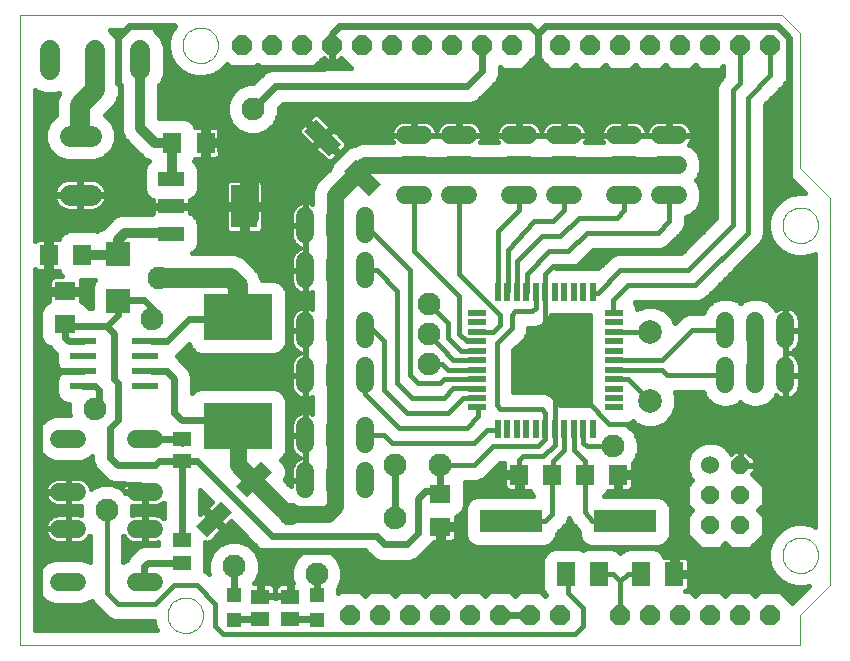
<source format=gtl>
G75*
G70*
%OFA0B0*%
%FSLAX24Y24*%
%IPPOS*%
%LPD*%
%AMOC8*
5,1,8,0,0,1.08239X$1,22.5*
%
%ADD10C,0.0000*%
%ADD11R,0.2100X0.0760*%
%ADD12C,0.0600*%
%ADD13R,0.0197X0.0591*%
%ADD14R,0.0591X0.0197*%
%ADD15R,0.0630X0.0709*%
%ADD16R,0.0709X0.0630*%
%ADD17OC8,0.0660*%
%ADD18R,0.0630X0.0787*%
%ADD19C,0.0660*%
%ADD20R,0.0472X0.0472*%
%ADD21R,0.0630X0.0512*%
%ADD22R,0.0870X0.0240*%
%ADD23C,0.0787*%
%ADD24R,0.0787X0.0787*%
%ADD25C,0.0600*%
%ADD26OC8,0.0600*%
%ADD27R,0.1181X0.0551*%
%ADD28R,0.2299X0.1551*%
%ADD29C,0.0705*%
%ADD30R,0.0880X0.0480*%
%ADD31R,0.0866X0.1417*%
%ADD32C,0.0160*%
%ADD33C,0.0760*%
%ADD34C,0.0240*%
%ADD35C,0.0400*%
%ADD36C,0.0320*%
%ADD37C,0.0560*%
D10*
X000500Y000500D02*
X000500Y021500D01*
X025900Y021500D01*
X026500Y020900D01*
X026500Y016400D01*
X027500Y015400D01*
X027500Y002500D01*
X026500Y001500D01*
X026500Y000500D01*
X000500Y000500D01*
X005409Y001500D02*
X005411Y001548D01*
X005417Y001596D01*
X005427Y001643D01*
X005440Y001689D01*
X005458Y001734D01*
X005478Y001778D01*
X005503Y001820D01*
X005531Y001859D01*
X005561Y001896D01*
X005595Y001930D01*
X005632Y001962D01*
X005670Y001991D01*
X005711Y002016D01*
X005754Y002038D01*
X005799Y002056D01*
X005845Y002070D01*
X005892Y002081D01*
X005940Y002088D01*
X005988Y002091D01*
X006036Y002090D01*
X006084Y002085D01*
X006132Y002076D01*
X006178Y002064D01*
X006223Y002047D01*
X006267Y002027D01*
X006309Y002004D01*
X006349Y001977D01*
X006387Y001947D01*
X006422Y001914D01*
X006454Y001878D01*
X006484Y001840D01*
X006510Y001799D01*
X006532Y001756D01*
X006552Y001712D01*
X006567Y001667D01*
X006579Y001620D01*
X006587Y001572D01*
X006591Y001524D01*
X006591Y001476D01*
X006587Y001428D01*
X006579Y001380D01*
X006567Y001333D01*
X006552Y001288D01*
X006532Y001244D01*
X006510Y001201D01*
X006484Y001160D01*
X006454Y001122D01*
X006422Y001086D01*
X006387Y001053D01*
X006349Y001023D01*
X006309Y000996D01*
X006267Y000973D01*
X006223Y000953D01*
X006178Y000936D01*
X006132Y000924D01*
X006084Y000915D01*
X006036Y000910D01*
X005988Y000909D01*
X005940Y000912D01*
X005892Y000919D01*
X005845Y000930D01*
X005799Y000944D01*
X005754Y000962D01*
X005711Y000984D01*
X005670Y001009D01*
X005632Y001038D01*
X005595Y001070D01*
X005561Y001104D01*
X005531Y001141D01*
X005503Y001180D01*
X005478Y001222D01*
X005458Y001266D01*
X005440Y001311D01*
X005427Y001357D01*
X005417Y001404D01*
X005411Y001452D01*
X005409Y001500D01*
X025909Y003500D02*
X025911Y003548D01*
X025917Y003596D01*
X025927Y003643D01*
X025940Y003689D01*
X025958Y003734D01*
X025978Y003778D01*
X026003Y003820D01*
X026031Y003859D01*
X026061Y003896D01*
X026095Y003930D01*
X026132Y003962D01*
X026170Y003991D01*
X026211Y004016D01*
X026254Y004038D01*
X026299Y004056D01*
X026345Y004070D01*
X026392Y004081D01*
X026440Y004088D01*
X026488Y004091D01*
X026536Y004090D01*
X026584Y004085D01*
X026632Y004076D01*
X026678Y004064D01*
X026723Y004047D01*
X026767Y004027D01*
X026809Y004004D01*
X026849Y003977D01*
X026887Y003947D01*
X026922Y003914D01*
X026954Y003878D01*
X026984Y003840D01*
X027010Y003799D01*
X027032Y003756D01*
X027052Y003712D01*
X027067Y003667D01*
X027079Y003620D01*
X027087Y003572D01*
X027091Y003524D01*
X027091Y003476D01*
X027087Y003428D01*
X027079Y003380D01*
X027067Y003333D01*
X027052Y003288D01*
X027032Y003244D01*
X027010Y003201D01*
X026984Y003160D01*
X026954Y003122D01*
X026922Y003086D01*
X026887Y003053D01*
X026849Y003023D01*
X026809Y002996D01*
X026767Y002973D01*
X026723Y002953D01*
X026678Y002936D01*
X026632Y002924D01*
X026584Y002915D01*
X026536Y002910D01*
X026488Y002909D01*
X026440Y002912D01*
X026392Y002919D01*
X026345Y002930D01*
X026299Y002944D01*
X026254Y002962D01*
X026211Y002984D01*
X026170Y003009D01*
X026132Y003038D01*
X026095Y003070D01*
X026061Y003104D01*
X026031Y003141D01*
X026003Y003180D01*
X025978Y003222D01*
X025958Y003266D01*
X025940Y003311D01*
X025927Y003357D01*
X025917Y003404D01*
X025911Y003452D01*
X025909Y003500D01*
X025909Y014500D02*
X025911Y014548D01*
X025917Y014596D01*
X025927Y014643D01*
X025940Y014689D01*
X025958Y014734D01*
X025978Y014778D01*
X026003Y014820D01*
X026031Y014859D01*
X026061Y014896D01*
X026095Y014930D01*
X026132Y014962D01*
X026170Y014991D01*
X026211Y015016D01*
X026254Y015038D01*
X026299Y015056D01*
X026345Y015070D01*
X026392Y015081D01*
X026440Y015088D01*
X026488Y015091D01*
X026536Y015090D01*
X026584Y015085D01*
X026632Y015076D01*
X026678Y015064D01*
X026723Y015047D01*
X026767Y015027D01*
X026809Y015004D01*
X026849Y014977D01*
X026887Y014947D01*
X026922Y014914D01*
X026954Y014878D01*
X026984Y014840D01*
X027010Y014799D01*
X027032Y014756D01*
X027052Y014712D01*
X027067Y014667D01*
X027079Y014620D01*
X027087Y014572D01*
X027091Y014524D01*
X027091Y014476D01*
X027087Y014428D01*
X027079Y014380D01*
X027067Y014333D01*
X027052Y014288D01*
X027032Y014244D01*
X027010Y014201D01*
X026984Y014160D01*
X026954Y014122D01*
X026922Y014086D01*
X026887Y014053D01*
X026849Y014023D01*
X026809Y013996D01*
X026767Y013973D01*
X026723Y013953D01*
X026678Y013936D01*
X026632Y013924D01*
X026584Y013915D01*
X026536Y013910D01*
X026488Y013909D01*
X026440Y013912D01*
X026392Y013919D01*
X026345Y013930D01*
X026299Y013944D01*
X026254Y013962D01*
X026211Y013984D01*
X026170Y014009D01*
X026132Y014038D01*
X026095Y014070D01*
X026061Y014104D01*
X026031Y014141D01*
X026003Y014180D01*
X025978Y014222D01*
X025958Y014266D01*
X025940Y014311D01*
X025927Y014357D01*
X025917Y014404D01*
X025911Y014452D01*
X025909Y014500D01*
X005909Y020500D02*
X005911Y020548D01*
X005917Y020596D01*
X005927Y020643D01*
X005940Y020689D01*
X005958Y020734D01*
X005978Y020778D01*
X006003Y020820D01*
X006031Y020859D01*
X006061Y020896D01*
X006095Y020930D01*
X006132Y020962D01*
X006170Y020991D01*
X006211Y021016D01*
X006254Y021038D01*
X006299Y021056D01*
X006345Y021070D01*
X006392Y021081D01*
X006440Y021088D01*
X006488Y021091D01*
X006536Y021090D01*
X006584Y021085D01*
X006632Y021076D01*
X006678Y021064D01*
X006723Y021047D01*
X006767Y021027D01*
X006809Y021004D01*
X006849Y020977D01*
X006887Y020947D01*
X006922Y020914D01*
X006954Y020878D01*
X006984Y020840D01*
X007010Y020799D01*
X007032Y020756D01*
X007052Y020712D01*
X007067Y020667D01*
X007079Y020620D01*
X007087Y020572D01*
X007091Y020524D01*
X007091Y020476D01*
X007087Y020428D01*
X007079Y020380D01*
X007067Y020333D01*
X007052Y020288D01*
X007032Y020244D01*
X007010Y020201D01*
X006984Y020160D01*
X006954Y020122D01*
X006922Y020086D01*
X006887Y020053D01*
X006849Y020023D01*
X006809Y019996D01*
X006767Y019973D01*
X006723Y019953D01*
X006678Y019936D01*
X006632Y019924D01*
X006584Y019915D01*
X006536Y019910D01*
X006488Y019909D01*
X006440Y019912D01*
X006392Y019919D01*
X006345Y019930D01*
X006299Y019944D01*
X006254Y019962D01*
X006211Y019984D01*
X006170Y020009D01*
X006132Y020038D01*
X006095Y020070D01*
X006061Y020104D01*
X006031Y020141D01*
X006003Y020180D01*
X005978Y020222D01*
X005958Y020266D01*
X005940Y020311D01*
X005927Y020357D01*
X005917Y020404D01*
X005911Y020452D01*
X005909Y020500D01*
D11*
X016850Y004625D03*
X020650Y004625D03*
D12*
X024000Y009200D02*
X024000Y009800D01*
X024000Y010700D02*
X024000Y011300D01*
X025000Y011300D02*
X025000Y010700D01*
X025000Y009800D02*
X025000Y009200D01*
X026000Y009200D02*
X026000Y009800D01*
X026000Y010700D02*
X026000Y011300D01*
X022425Y015500D02*
X021825Y015500D01*
X020925Y015500D02*
X020325Y015500D01*
X020325Y016500D02*
X020925Y016500D01*
X021825Y016500D02*
X022425Y016500D01*
X022425Y017500D02*
X021825Y017500D01*
X020925Y017500D02*
X020325Y017500D01*
X018925Y017500D02*
X018325Y017500D01*
X017425Y017500D02*
X016825Y017500D01*
X016825Y016500D02*
X017425Y016500D01*
X018325Y016500D02*
X018925Y016500D01*
X018925Y015500D02*
X018325Y015500D01*
X017425Y015500D02*
X016825Y015500D01*
X015425Y015500D02*
X014825Y015500D01*
X013925Y015500D02*
X013325Y015500D01*
X013325Y016500D02*
X013925Y016500D01*
X014825Y016500D02*
X015425Y016500D01*
X015425Y017500D02*
X014825Y017500D01*
X013925Y017500D02*
X013325Y017500D01*
X012000Y014800D02*
X012000Y014200D01*
X012000Y013300D02*
X012000Y012700D01*
X011000Y012700D02*
X011000Y013300D01*
X010000Y013300D02*
X010000Y012700D01*
X010000Y011300D02*
X010000Y010700D01*
X011000Y010700D02*
X011000Y011300D01*
X012000Y011300D02*
X012000Y010700D01*
X012000Y009800D02*
X012000Y009200D01*
X011000Y009200D02*
X011000Y009800D01*
X010000Y009800D02*
X010000Y009200D01*
X010000Y007800D02*
X010000Y007200D01*
X011000Y007200D02*
X011000Y007800D01*
X012000Y007800D02*
X012000Y007200D01*
X012000Y006300D02*
X012000Y005700D01*
X011000Y005700D02*
X011000Y006300D01*
X010000Y006300D02*
X010000Y005700D01*
X004955Y005610D02*
X004355Y005610D01*
X004355Y004390D02*
X004955Y004390D01*
X004955Y002610D02*
X004355Y002610D01*
X002395Y002610D02*
X001795Y002610D01*
X001795Y004390D02*
X002395Y004390D01*
X002395Y005610D02*
X001795Y005610D01*
X001795Y007390D02*
X002395Y007390D01*
X004355Y007390D02*
X004955Y007390D01*
X010000Y014200D02*
X010000Y014800D01*
X011000Y014800D02*
X011000Y014200D01*
D13*
X016425Y012283D03*
X016740Y012283D03*
X017055Y012283D03*
X017370Y012283D03*
X017685Y012283D03*
X018000Y012283D03*
X018315Y012283D03*
X018630Y012283D03*
X018945Y012283D03*
X019260Y012283D03*
X019575Y012283D03*
X019575Y007717D03*
X019260Y007717D03*
X018945Y007717D03*
X018630Y007717D03*
X018315Y007717D03*
X018000Y007717D03*
X017685Y007717D03*
X017370Y007717D03*
X017055Y007717D03*
X016740Y007717D03*
X016425Y007717D03*
D14*
X015717Y008425D03*
X015717Y008740D03*
X015717Y009055D03*
X015717Y009370D03*
X015717Y009685D03*
X015717Y010000D03*
X015717Y010315D03*
X015717Y010630D03*
X015717Y010945D03*
X015717Y011260D03*
X015717Y011575D03*
X020283Y011575D03*
X020283Y011260D03*
X020283Y010945D03*
X020283Y010630D03*
X020283Y010315D03*
X020283Y010000D03*
X020283Y009685D03*
X020283Y009370D03*
X020283Y009055D03*
X020283Y008740D03*
X020283Y008425D03*
D15*
X020426Y006188D03*
X019324Y006188D03*
X018239Y006188D03*
X017136Y006188D03*
X006676Y017250D03*
X005574Y017250D03*
X002551Y013500D03*
X001449Y013500D03*
D16*
X002000Y012301D03*
X002000Y011199D03*
X014500Y005551D03*
X014500Y004449D03*
D17*
X014500Y001500D03*
X013500Y001500D03*
X012500Y001500D03*
X011500Y001500D03*
X015500Y001500D03*
X016500Y001500D03*
X017500Y001500D03*
X018500Y001500D03*
X020500Y001500D03*
X021500Y001500D03*
X022500Y001500D03*
X023500Y001500D03*
X024500Y001500D03*
X025500Y001500D03*
X025500Y020500D03*
X024500Y020500D03*
X023500Y020500D03*
X022500Y020500D03*
X021500Y020500D03*
X020500Y020500D03*
X019500Y020500D03*
X018500Y020500D03*
X016900Y020500D03*
X015900Y020500D03*
X014900Y020500D03*
X013900Y020500D03*
X012900Y020500D03*
X011900Y020500D03*
X010900Y020500D03*
X009900Y020500D03*
X008900Y020500D03*
X007900Y020500D03*
D18*
X018699Y002875D03*
X019801Y002875D03*
X021199Y002875D03*
X022301Y002875D03*
D19*
X007750Y011520D02*
X007605Y011375D01*
X007750Y011520D02*
X007750Y012500D01*
X007500Y012750D01*
X005125Y012750D01*
X002500Y017500D02*
X002500Y018500D01*
X003000Y019000D01*
X003000Y020000D01*
X003000Y020330D02*
X003000Y019670D01*
X001500Y019670D02*
X001500Y020330D01*
X004500Y020330D02*
X004500Y019670D01*
D20*
X007625Y002163D03*
X007625Y001337D03*
X010375Y001337D03*
X010375Y002163D03*
D21*
X009500Y002124D03*
X009500Y001376D03*
X008500Y001376D03*
X008500Y002124D03*
X005875Y003251D03*
X005875Y003999D03*
X005875Y006626D03*
X005875Y007374D03*
D22*
X004655Y009125D03*
X004655Y009625D03*
X004655Y010125D03*
X004655Y010625D03*
X002595Y010625D03*
X002595Y010125D03*
X002595Y009625D03*
X002595Y009125D03*
D23*
X021500Y008625D03*
X021500Y010938D03*
D24*
X003750Y011963D03*
X003750Y013537D03*
D25*
X023500Y006500D03*
D26*
X024500Y006500D03*
X024500Y005500D03*
X023500Y005500D03*
X023500Y004500D03*
X024500Y004500D03*
D27*
G36*
X012140Y015471D02*
X011307Y016304D01*
X011696Y016693D01*
X012529Y015860D01*
X012140Y015471D01*
G37*
G36*
X010804Y016807D02*
X009971Y017640D01*
X010360Y018029D01*
X011193Y017196D01*
X010804Y016807D01*
G37*
G36*
X008904Y006265D02*
X008071Y005432D01*
X007682Y005821D01*
X008515Y006654D01*
X008904Y006265D01*
G37*
G36*
X007568Y004929D02*
X006735Y004096D01*
X006346Y004485D01*
X007179Y005318D01*
X007568Y004929D01*
G37*
D28*
X007750Y007824D03*
X007750Y011426D03*
D29*
X002853Y015516D02*
X002148Y015516D01*
X002148Y017484D02*
X002853Y017484D01*
D30*
X005530Y016035D03*
X005530Y015125D03*
X005530Y014215D03*
D31*
X007970Y015125D03*
D32*
X007890Y015082D02*
X006150Y015082D01*
X006150Y015085D02*
X005570Y015085D01*
X005570Y015165D01*
X006150Y015165D01*
X006150Y015350D01*
X006242Y015388D01*
X006377Y015523D01*
X006450Y015700D01*
X006450Y016370D01*
X006377Y016547D01*
X006297Y016627D01*
X006334Y016717D01*
X006338Y016716D01*
X006599Y016716D01*
X006599Y017173D01*
X006754Y017173D01*
X006754Y017327D01*
X007171Y017327D01*
X007171Y017628D01*
X007159Y017674D01*
X007135Y017715D01*
X007102Y017748D01*
X007061Y017772D01*
X007015Y017784D01*
X006754Y017784D01*
X006754Y017327D01*
X006599Y017327D01*
X006599Y017784D01*
X006338Y017784D01*
X006334Y017783D01*
X006296Y017876D01*
X006161Y018011D01*
X005984Y018084D01*
X005163Y018084D01*
X005140Y018075D01*
X005140Y019164D01*
X005187Y019211D01*
X005310Y019509D01*
X005310Y020491D01*
X005187Y020789D01*
X004976Y021000D01*
X005553Y021000D01*
X005502Y020913D01*
X005429Y020641D01*
X005429Y020359D01*
X005502Y020087D01*
X005643Y019843D01*
X005843Y019643D01*
X006087Y019502D01*
X006359Y019429D01*
X006641Y019429D01*
X006913Y019502D01*
X007157Y019643D01*
X007357Y019843D01*
X007377Y019878D01*
X007564Y019690D01*
X008236Y019690D01*
X008400Y019854D01*
X008564Y019690D01*
X008796Y019690D01*
X008660Y019634D01*
X008491Y019465D01*
X008261Y019235D01*
X008079Y019235D01*
X007763Y019104D01*
X007521Y018862D01*
X007390Y018546D01*
X007390Y018204D01*
X007521Y017888D01*
X007763Y017646D01*
X008079Y017515D01*
X008421Y017515D01*
X008737Y017646D01*
X008979Y017888D01*
X009110Y018204D01*
X009110Y018386D01*
X009249Y018525D01*
X015494Y018525D01*
X015715Y018616D01*
X016215Y019116D01*
X016384Y019285D01*
X016475Y019506D01*
X016475Y019779D01*
X016564Y019690D01*
X017236Y019690D01*
X017700Y020154D01*
X017700Y020154D01*
X018164Y019690D01*
X018836Y019690D01*
X019000Y019854D01*
X019164Y019690D01*
X019836Y019690D01*
X020000Y019854D01*
X020164Y019690D01*
X020836Y019690D01*
X021000Y019854D01*
X021164Y019690D01*
X021836Y019690D01*
X022000Y019854D01*
X022164Y019690D01*
X022836Y019690D01*
X023000Y019854D01*
X023164Y019690D01*
X023836Y019690D01*
X023940Y019794D01*
X023940Y019482D01*
X023933Y019475D01*
X023775Y019317D01*
X023690Y019111D01*
X023690Y014732D01*
X022518Y013560D01*
X020389Y013560D01*
X020183Y013475D01*
X019767Y013059D01*
X018351Y013059D01*
X018357Y013065D01*
X018861Y013065D01*
X019067Y013150D01*
X019607Y013690D01*
X021861Y013690D01*
X022067Y013775D01*
X022225Y013933D01*
X022442Y014150D01*
X022600Y014308D01*
X022685Y014514D01*
X022685Y014763D01*
X022867Y014839D01*
X023086Y015058D01*
X023205Y015345D01*
X023205Y015655D01*
X023086Y015942D01*
X023028Y016000D01*
X023086Y016058D01*
X023205Y016345D01*
X023205Y016655D01*
X023086Y016942D01*
X022867Y017161D01*
X022794Y017191D01*
X022836Y017248D01*
X022870Y017316D01*
X022893Y017388D01*
X022905Y017462D01*
X022905Y017480D01*
X022145Y017480D01*
X022145Y017520D01*
X022105Y017520D01*
X022105Y017980D01*
X021787Y017980D01*
X021713Y017968D01*
X021641Y017945D01*
X021573Y017911D01*
X021512Y017866D01*
X021459Y017813D01*
X021414Y017752D01*
X021380Y017684D01*
X021375Y017668D01*
X021370Y017684D01*
X021336Y017752D01*
X021291Y017813D01*
X021238Y017866D01*
X021177Y017911D01*
X021109Y017945D01*
X021037Y017968D01*
X020963Y017980D01*
X020645Y017980D01*
X020645Y017520D01*
X021405Y017520D01*
X022105Y017520D01*
X022105Y017480D01*
X020645Y017480D01*
X020645Y017520D01*
X020605Y017520D01*
X020605Y017980D01*
X020287Y017980D01*
X020213Y017968D01*
X020141Y017945D01*
X020073Y017911D01*
X020012Y017866D01*
X019959Y017813D01*
X019914Y017752D01*
X019880Y017684D01*
X019857Y017612D01*
X019845Y017538D01*
X019845Y017520D01*
X020605Y017520D01*
X020605Y017480D01*
X019845Y017480D01*
X019845Y017462D01*
X019857Y017388D01*
X019880Y017316D01*
X019909Y017260D01*
X019341Y017260D01*
X019370Y017316D01*
X019393Y017388D01*
X019405Y017462D01*
X019405Y017480D01*
X018645Y017480D01*
X018645Y017520D01*
X018605Y017520D01*
X018605Y017980D01*
X018287Y017980D01*
X018213Y017968D01*
X018141Y017945D01*
X018073Y017911D01*
X018012Y017866D01*
X017959Y017813D01*
X017914Y017752D01*
X017880Y017684D01*
X017875Y017668D01*
X017870Y017684D01*
X017836Y017752D01*
X017791Y017813D01*
X017738Y017866D01*
X017677Y017911D01*
X017609Y017945D01*
X017537Y017968D01*
X017463Y017980D01*
X017145Y017980D01*
X017145Y017520D01*
X017905Y017520D01*
X018605Y017520D01*
X018605Y017480D01*
X017145Y017480D01*
X017145Y017520D01*
X017105Y017520D01*
X017105Y017980D01*
X016787Y017980D01*
X016713Y017968D01*
X016641Y017945D01*
X016573Y017911D01*
X016512Y017866D01*
X016459Y017813D01*
X016414Y017752D01*
X016380Y017684D01*
X016357Y017612D01*
X016345Y017538D01*
X016345Y017520D01*
X017105Y017520D01*
X017105Y017480D01*
X016345Y017480D01*
X016345Y017462D01*
X016357Y017388D01*
X016380Y017316D01*
X016409Y017260D01*
X015841Y017260D01*
X015870Y017316D01*
X015893Y017388D01*
X015905Y017462D01*
X015905Y017480D01*
X015145Y017480D01*
X015145Y017520D01*
X015105Y017520D01*
X015105Y017980D01*
X014787Y017980D01*
X014713Y017968D01*
X014641Y017945D01*
X014573Y017911D01*
X014512Y017866D01*
X014459Y017813D01*
X014414Y017752D01*
X014380Y017684D01*
X014375Y017668D01*
X014370Y017684D01*
X014336Y017752D01*
X014291Y017813D01*
X014238Y017866D01*
X014177Y017911D01*
X014109Y017945D01*
X014037Y017968D01*
X013963Y017980D01*
X013645Y017980D01*
X013645Y017520D01*
X014405Y017520D01*
X015105Y017520D01*
X015105Y017480D01*
X013645Y017480D01*
X013645Y017520D01*
X013605Y017520D01*
X013605Y017980D01*
X013287Y017980D01*
X013213Y017968D01*
X013141Y017945D01*
X013073Y017911D01*
X013012Y017866D01*
X012959Y017813D01*
X012914Y017752D01*
X012880Y017684D01*
X012857Y017612D01*
X012845Y017538D01*
X012845Y017520D01*
X013605Y017520D01*
X013605Y017480D01*
X012845Y017480D01*
X012845Y017462D01*
X012857Y017388D01*
X012880Y017316D01*
X012909Y017260D01*
X011849Y017260D01*
X011642Y017174D01*
X011600Y017174D01*
X011424Y017101D01*
X010899Y016576D01*
X010826Y016401D01*
X010569Y016144D01*
X010356Y015931D01*
X010240Y015651D01*
X010240Y015216D01*
X010184Y015245D01*
X010112Y015268D01*
X010038Y015280D01*
X010020Y015280D01*
X010020Y014520D01*
X009980Y014520D01*
X009980Y015280D01*
X009962Y015280D01*
X009888Y015268D01*
X009816Y015245D01*
X009748Y015211D01*
X009687Y015166D01*
X009634Y015113D01*
X009589Y015052D01*
X009555Y014984D01*
X009532Y014912D01*
X009520Y014838D01*
X009520Y014520D01*
X009980Y014520D01*
X009980Y014480D01*
X010020Y014480D01*
X010020Y013020D01*
X009980Y013020D01*
X009980Y013780D01*
X009980Y014480D01*
X009520Y014480D01*
X009520Y014162D01*
X009532Y014088D01*
X009555Y014016D01*
X009589Y013948D01*
X009634Y013887D01*
X009687Y013834D01*
X009748Y013789D01*
X009816Y013755D01*
X009832Y013750D01*
X009816Y013745D01*
X009748Y013711D01*
X009687Y013666D01*
X009634Y013613D01*
X009589Y013552D01*
X009555Y013484D01*
X009532Y013412D01*
X009520Y013338D01*
X009520Y013020D01*
X009980Y013020D01*
X009980Y012980D01*
X010020Y012980D01*
X010020Y012220D01*
X010038Y012220D01*
X010112Y012232D01*
X010184Y012255D01*
X010240Y012284D01*
X010240Y011716D01*
X010184Y011745D01*
X010112Y011768D01*
X010038Y011780D01*
X010020Y011780D01*
X010020Y011020D01*
X009980Y011020D01*
X009980Y011780D01*
X009962Y011780D01*
X009888Y011768D01*
X009816Y011745D01*
X009748Y011711D01*
X009687Y011666D01*
X009634Y011613D01*
X009589Y011552D01*
X009555Y011484D01*
X009532Y011412D01*
X009520Y011338D01*
X009520Y011020D01*
X009980Y011020D01*
X009980Y010980D01*
X010020Y010980D01*
X010020Y009520D01*
X009980Y009520D01*
X009980Y010280D01*
X009980Y010980D01*
X009520Y010980D01*
X009520Y010662D01*
X009532Y010588D01*
X009555Y010516D01*
X009589Y010448D01*
X009634Y010387D01*
X009687Y010334D01*
X009748Y010289D01*
X009816Y010255D01*
X009832Y010250D01*
X009816Y010245D01*
X009748Y010211D01*
X009687Y010166D01*
X009634Y010113D01*
X009589Y010052D01*
X009555Y009984D01*
X009532Y009912D01*
X009520Y009838D01*
X009520Y009520D01*
X009980Y009520D01*
X009980Y009480D01*
X010020Y009480D01*
X010020Y008720D01*
X010038Y008720D01*
X010112Y008732D01*
X010184Y008755D01*
X010240Y008784D01*
X010240Y008216D01*
X010184Y008245D01*
X010112Y008268D01*
X010038Y008280D01*
X010020Y008280D01*
X010020Y007520D01*
X009980Y007520D01*
X009980Y008280D01*
X009962Y008280D01*
X009888Y008268D01*
X009816Y008245D01*
X009748Y008211D01*
X009687Y008166D01*
X009634Y008113D01*
X009589Y008052D01*
X009555Y007984D01*
X009532Y007912D01*
X009520Y007838D01*
X009520Y007520D01*
X009980Y007520D01*
X009980Y007480D01*
X010020Y007480D01*
X010020Y006020D01*
X009980Y006020D01*
X009980Y006720D01*
X009980Y007480D01*
X009520Y007480D01*
X009520Y007162D01*
X009532Y007088D01*
X009555Y007016D01*
X009589Y006948D01*
X009634Y006887D01*
X009687Y006834D01*
X009748Y006789D01*
X009816Y006755D01*
X009832Y006750D01*
X009816Y006745D01*
X009748Y006711D01*
X009687Y006666D01*
X009634Y006613D01*
X009589Y006552D01*
X009555Y006484D01*
X009532Y006412D01*
X009520Y006338D01*
X009520Y006020D01*
X009980Y006020D01*
X009980Y005980D01*
X009520Y005980D01*
X009520Y005805D01*
X009318Y006007D01*
X009386Y006170D01*
X009386Y006361D01*
X009313Y006538D01*
X009190Y006660D01*
X009307Y006776D01*
X009380Y006953D01*
X009380Y008695D01*
X009307Y008871D01*
X009172Y009006D01*
X008995Y009079D01*
X006505Y009079D01*
X006328Y009006D01*
X006225Y008903D01*
X006225Y009494D01*
X006134Y009715D01*
X005965Y009884D01*
X005724Y010125D01*
X006130Y010532D01*
X006193Y010379D01*
X006328Y010244D01*
X006505Y010171D01*
X008995Y010171D01*
X009172Y010244D01*
X009307Y010379D01*
X009380Y010555D01*
X009380Y012297D01*
X009307Y012474D01*
X009172Y012609D01*
X008995Y012682D01*
X008551Y012682D01*
X008437Y012959D01*
X008209Y013187D01*
X008209Y013187D01*
X007959Y013437D01*
X007661Y013560D01*
X006222Y013560D01*
X006242Y013568D01*
X006377Y013703D01*
X006450Y013880D01*
X006450Y014550D01*
X006377Y014727D01*
X006242Y014862D01*
X006150Y014900D01*
X006150Y015085D01*
X006150Y015241D02*
X007357Y015241D01*
X007357Y015205D02*
X007890Y015205D01*
X007890Y015045D01*
X007357Y015045D01*
X007357Y014393D01*
X007369Y014347D01*
X007393Y014306D01*
X007426Y014272D01*
X007468Y014249D01*
X007513Y014236D01*
X007890Y014236D01*
X007890Y015045D01*
X008050Y015045D01*
X008050Y014236D01*
X008427Y014236D01*
X008473Y014249D01*
X008514Y014272D01*
X008547Y014306D01*
X008571Y014347D01*
X008583Y014393D01*
X008583Y015045D01*
X008050Y015045D01*
X008050Y015205D01*
X007890Y015205D01*
X007890Y016014D01*
X007513Y016014D01*
X007468Y016001D01*
X007426Y015978D01*
X007393Y015944D01*
X007369Y015903D01*
X007357Y015857D01*
X007357Y015205D01*
X007357Y015399D02*
X006253Y015399D01*
X006391Y015558D02*
X007357Y015558D01*
X007357Y015716D02*
X006450Y015716D01*
X006450Y015875D02*
X007362Y015875D01*
X007890Y015875D02*
X008050Y015875D01*
X008050Y016014D02*
X008050Y015205D01*
X008583Y015205D01*
X008583Y015857D01*
X008571Y015903D01*
X008547Y015944D01*
X008514Y015978D01*
X008473Y016001D01*
X008427Y016014D01*
X008050Y016014D01*
X008050Y015716D02*
X007890Y015716D01*
X007890Y015558D02*
X008050Y015558D01*
X008050Y015399D02*
X007890Y015399D01*
X007890Y015241D02*
X008050Y015241D01*
X008050Y015082D02*
X009612Y015082D01*
X009535Y014924D02*
X008583Y014924D01*
X008583Y014765D02*
X009520Y014765D01*
X009520Y014607D02*
X008583Y014607D01*
X008583Y014448D02*
X009520Y014448D01*
X009520Y014290D02*
X008531Y014290D01*
X008050Y014290D02*
X007890Y014290D01*
X007890Y014448D02*
X008050Y014448D01*
X008050Y014607D02*
X007890Y014607D01*
X007890Y014765D02*
X008050Y014765D01*
X008050Y014924D02*
X007890Y014924D01*
X007357Y014924D02*
X006150Y014924D01*
X006339Y014765D02*
X007357Y014765D01*
X007357Y014607D02*
X006427Y014607D01*
X006450Y014448D02*
X007357Y014448D01*
X007409Y014290D02*
X006450Y014290D01*
X006450Y014131D02*
X009525Y014131D01*
X009577Y013973D02*
X006450Y013973D01*
X006423Y013814D02*
X009715Y013814D01*
X009677Y013656D02*
X006329Y013656D01*
X004910Y014900D02*
X004886Y014890D01*
X003873Y014890D01*
X003637Y014793D01*
X003457Y014613D01*
X003253Y014408D01*
X003084Y014338D01*
X003046Y014299D01*
X002962Y014334D01*
X002141Y014334D01*
X001964Y014261D01*
X001829Y014126D01*
X001791Y014033D01*
X001787Y014034D01*
X001526Y014034D01*
X001526Y013577D01*
X001371Y013577D01*
X001371Y014034D01*
X001110Y014034D01*
X001064Y014022D01*
X001023Y013998D01*
X001000Y013975D01*
X001000Y019024D01*
X001041Y018983D01*
X001339Y018860D01*
X001661Y018860D01*
X001795Y018916D01*
X001690Y018661D01*
X001690Y018196D01*
X001676Y018190D01*
X001442Y017956D01*
X001315Y017650D01*
X001315Y017319D01*
X001442Y017013D01*
X001676Y016778D01*
X001982Y016652D01*
X003018Y016652D01*
X003324Y016778D01*
X003558Y017013D01*
X003685Y017319D01*
X003685Y017650D01*
X003558Y017956D01*
X003330Y018184D01*
X003687Y018541D01*
X003810Y018839D01*
X003810Y019219D01*
X003813Y019211D01*
X003860Y019164D01*
X003860Y017623D01*
X003957Y017387D01*
X004457Y016887D01*
X004637Y016707D01*
X004783Y016647D01*
X004683Y016547D01*
X004610Y016370D01*
X004610Y015700D01*
X004683Y015523D01*
X004818Y015388D01*
X004910Y015350D01*
X004910Y015165D01*
X005490Y015165D01*
X005490Y015085D01*
X004910Y015085D01*
X004910Y014900D01*
X004910Y014924D02*
X001000Y014924D01*
X001000Y015082D02*
X001839Y015082D01*
X001868Y015060D02*
X001943Y015022D01*
X002023Y014996D01*
X002106Y014983D01*
X002462Y014983D01*
X002462Y015478D01*
X001615Y015478D01*
X001615Y015474D01*
X001628Y015391D01*
X001654Y015311D01*
X001692Y015237D01*
X001741Y015169D01*
X001801Y015110D01*
X001868Y015060D01*
X001690Y015241D02*
X001000Y015241D01*
X001000Y015399D02*
X001627Y015399D01*
X001615Y015553D02*
X002462Y015553D01*
X002462Y015478D01*
X002538Y015478D01*
X002538Y015553D01*
X003385Y015553D01*
X003385Y015558D01*
X003372Y015640D01*
X003346Y015720D01*
X003308Y015795D01*
X003259Y015863D01*
X003199Y015922D01*
X003132Y015971D01*
X003057Y016009D01*
X002977Y016035D01*
X002894Y016048D01*
X002538Y016048D01*
X002538Y015553D01*
X002462Y015553D01*
X002462Y016048D01*
X002106Y016048D01*
X002023Y016035D01*
X001943Y016009D01*
X001868Y015971D01*
X001801Y015922D01*
X001741Y015863D01*
X001692Y015795D01*
X001654Y015720D01*
X001628Y015640D01*
X001615Y015558D01*
X001615Y015553D01*
X001615Y015558D02*
X001000Y015558D01*
X001000Y015716D02*
X001653Y015716D01*
X001753Y015875D02*
X001000Y015875D01*
X001000Y016033D02*
X002016Y016033D01*
X002462Y016033D02*
X002538Y016033D01*
X002538Y015875D02*
X002462Y015875D01*
X002462Y015716D02*
X002538Y015716D01*
X002538Y015558D02*
X002462Y015558D01*
X002538Y015478D02*
X002538Y014983D01*
X002894Y014983D01*
X002977Y014996D01*
X003057Y015022D01*
X003132Y015060D01*
X003199Y015110D01*
X003259Y015169D01*
X003308Y015237D01*
X003346Y015311D01*
X003372Y015391D01*
X003385Y015474D01*
X003385Y015478D01*
X002538Y015478D01*
X002538Y015399D02*
X002462Y015399D01*
X002462Y015241D02*
X002538Y015241D01*
X002538Y015082D02*
X002462Y015082D01*
X003161Y015082D02*
X004910Y015082D01*
X004910Y015241D02*
X003310Y015241D01*
X003373Y015399D02*
X004807Y015399D01*
X004669Y015558D02*
X003385Y015558D01*
X003347Y015716D02*
X004610Y015716D01*
X004610Y015875D02*
X003247Y015875D01*
X002984Y016033D02*
X004610Y016033D01*
X004610Y016192D02*
X001000Y016192D01*
X001000Y016350D02*
X004610Y016350D01*
X004667Y016509D02*
X001000Y016509D01*
X001000Y016667D02*
X001945Y016667D01*
X001629Y016826D02*
X001000Y016826D01*
X001000Y016984D02*
X001470Y016984D01*
X001388Y017143D02*
X001000Y017143D01*
X001000Y017301D02*
X001322Y017301D01*
X001315Y017460D02*
X001000Y017460D01*
X001000Y017618D02*
X001315Y017618D01*
X001367Y017777D02*
X001000Y017777D01*
X001000Y017935D02*
X001433Y017935D01*
X001579Y018094D02*
X001000Y018094D01*
X001000Y018252D02*
X001690Y018252D01*
X001690Y018411D02*
X001000Y018411D01*
X001000Y018569D02*
X001690Y018569D01*
X001718Y018728D02*
X001000Y018728D01*
X001000Y018886D02*
X001276Y018886D01*
X001724Y018886D02*
X001783Y018886D01*
X003398Y018252D02*
X003860Y018252D01*
X003860Y018094D02*
X003421Y018094D01*
X003567Y017935D02*
X003860Y017935D01*
X003860Y017777D02*
X003633Y017777D01*
X003685Y017618D02*
X003862Y017618D01*
X003928Y017460D02*
X003685Y017460D01*
X003678Y017301D02*
X004044Y017301D01*
X004202Y017143D02*
X003612Y017143D01*
X003530Y016984D02*
X004361Y016984D01*
X004457Y016887D02*
X004457Y016887D01*
X004519Y016826D02*
X003371Y016826D01*
X003055Y016667D02*
X004735Y016667D01*
X006314Y016667D02*
X010689Y016667D01*
X010694Y016662D02*
X010735Y016638D01*
X010781Y016626D01*
X010828Y016626D01*
X010874Y016638D01*
X010915Y016662D01*
X011086Y016832D01*
X010582Y017336D01*
X010664Y017418D01*
X011168Y016914D01*
X011338Y017085D01*
X011362Y017126D01*
X011374Y017172D01*
X011374Y017219D01*
X011362Y017265D01*
X011338Y017306D01*
X010945Y017699D01*
X010664Y017418D01*
X010582Y017500D01*
X010863Y017781D01*
X010470Y018175D01*
X010429Y018198D01*
X010383Y018211D01*
X010335Y018211D01*
X010290Y018198D01*
X010249Y018175D01*
X010078Y018004D01*
X010582Y017500D01*
X010500Y017418D01*
X010582Y017336D01*
X010301Y017055D01*
X010694Y016662D01*
X010920Y016667D02*
X010989Y016667D01*
X011079Y016826D02*
X011148Y016826D01*
X011098Y016984D02*
X010934Y016984D01*
X010939Y017143D02*
X010776Y017143D01*
X010781Y017301D02*
X010617Y017301D01*
X010546Y017301D02*
X010383Y017301D01*
X010388Y017143D02*
X010225Y017143D01*
X010219Y017137D02*
X010500Y017418D01*
X009996Y017922D01*
X009825Y017751D01*
X009802Y017710D01*
X009789Y017665D01*
X009789Y017617D01*
X009802Y017571D01*
X009825Y017530D01*
X010219Y017137D01*
X010213Y017143D02*
X007171Y017143D01*
X007171Y017173D02*
X006754Y017173D01*
X006754Y016716D01*
X007015Y016716D01*
X007061Y016728D01*
X007102Y016752D01*
X007135Y016785D01*
X007159Y016826D01*
X007171Y016872D01*
X007171Y017173D01*
X007171Y016984D02*
X010372Y016984D01*
X010530Y016826D02*
X007158Y016826D01*
X006754Y016826D02*
X006599Y016826D01*
X006599Y016984D02*
X006754Y016984D01*
X006754Y017143D02*
X006599Y017143D01*
X006754Y017301D02*
X010055Y017301D01*
X009896Y017460D02*
X007171Y017460D01*
X007171Y017618D02*
X007830Y017618D01*
X007632Y017777D02*
X007044Y017777D01*
X006754Y017777D02*
X006599Y017777D01*
X006599Y017618D02*
X006754Y017618D01*
X006754Y017460D02*
X006599Y017460D01*
X006237Y017935D02*
X007501Y017935D01*
X007436Y018094D02*
X005140Y018094D01*
X005140Y018252D02*
X007390Y018252D01*
X007390Y018411D02*
X005140Y018411D01*
X005140Y018569D02*
X007400Y018569D01*
X007465Y018728D02*
X005140Y018728D01*
X005140Y018886D02*
X007545Y018886D01*
X007703Y019045D02*
X005140Y019045D01*
X005179Y019203D02*
X008002Y019203D01*
X008388Y019362D02*
X005249Y019362D01*
X005310Y019520D02*
X006056Y019520D01*
X005807Y019679D02*
X005310Y019679D01*
X005310Y019837D02*
X005649Y019837D01*
X005555Y019996D02*
X005310Y019996D01*
X005310Y020154D02*
X005484Y020154D01*
X005442Y020313D02*
X005310Y020313D01*
X005310Y020471D02*
X005429Y020471D01*
X005429Y020630D02*
X005253Y020630D01*
X005187Y020788D02*
X005469Y020788D01*
X005522Y020947D02*
X005029Y020947D01*
X004024Y021000D02*
X003476Y021000D01*
X003687Y020789D01*
X003750Y020636D01*
X003813Y020789D01*
X004024Y021000D01*
X003971Y020947D02*
X003529Y020947D01*
X003687Y020788D02*
X003813Y020788D01*
X003810Y019203D02*
X003821Y019203D01*
X003810Y019045D02*
X003860Y019045D01*
X003860Y018886D02*
X003810Y018886D01*
X003764Y018728D02*
X003860Y018728D01*
X003860Y018569D02*
X003698Y018569D01*
X003556Y018411D02*
X003860Y018411D01*
X006393Y016509D02*
X010871Y016509D01*
X010775Y016350D02*
X006450Y016350D01*
X006450Y016192D02*
X010617Y016192D01*
X010458Y016033D02*
X006450Y016033D01*
X008579Y015875D02*
X010333Y015875D01*
X010267Y015716D02*
X008583Y015716D01*
X008583Y015558D02*
X010240Y015558D01*
X010240Y015399D02*
X008583Y015399D01*
X008583Y015241D02*
X009807Y015241D01*
X009980Y015241D02*
X010020Y015241D01*
X010020Y015082D02*
X009980Y015082D01*
X009980Y014924D02*
X010020Y014924D01*
X010020Y014765D02*
X009980Y014765D01*
X009980Y014607D02*
X010020Y014607D01*
X010020Y014448D02*
X009980Y014448D01*
X009980Y014290D02*
X010020Y014290D01*
X010020Y014131D02*
X009980Y014131D01*
X009980Y013973D02*
X010020Y013973D01*
X010020Y013814D02*
X009980Y013814D01*
X009980Y013656D02*
X010020Y013656D01*
X010020Y013497D02*
X009980Y013497D01*
X009980Y013339D02*
X010020Y013339D01*
X010020Y013180D02*
X009980Y013180D01*
X009980Y013022D02*
X010020Y013022D01*
X009980Y012980D02*
X009520Y012980D01*
X009520Y012662D01*
X009532Y012588D01*
X009555Y012516D01*
X009589Y012448D01*
X009634Y012387D01*
X009687Y012334D01*
X009748Y012289D01*
X009816Y012255D01*
X009888Y012232D01*
X009962Y012220D01*
X009980Y012220D01*
X009980Y012980D01*
X009980Y012863D02*
X010020Y012863D01*
X010020Y012705D02*
X009980Y012705D01*
X009980Y012546D02*
X010020Y012546D01*
X010020Y012388D02*
X009980Y012388D01*
X009980Y012229D02*
X010020Y012229D01*
X010095Y012229D02*
X010240Y012229D01*
X010240Y012071D02*
X009380Y012071D01*
X009380Y012229D02*
X009905Y012229D01*
X009634Y012388D02*
X009342Y012388D01*
X009234Y012546D02*
X009545Y012546D01*
X009520Y012705D02*
X008542Y012705D01*
X008476Y012863D02*
X009520Y012863D01*
X009520Y013022D02*
X008374Y013022D01*
X008215Y013180D02*
X009520Y013180D01*
X009520Y013339D02*
X008057Y013339D01*
X007813Y013497D02*
X009562Y013497D01*
X009380Y011912D02*
X010240Y011912D01*
X010240Y011754D02*
X010158Y011754D01*
X010020Y011754D02*
X009980Y011754D01*
X009842Y011754D02*
X009380Y011754D01*
X009380Y011595D02*
X009621Y011595D01*
X009540Y011437D02*
X009380Y011437D01*
X009380Y011278D02*
X009520Y011278D01*
X009520Y011120D02*
X009380Y011120D01*
X009380Y010961D02*
X009520Y010961D01*
X009520Y010803D02*
X009380Y010803D01*
X009380Y010644D02*
X009523Y010644D01*
X009571Y010486D02*
X009351Y010486D01*
X009255Y010327D02*
X009697Y010327D01*
X009691Y010169D02*
X005767Y010169D01*
X005839Y010010D02*
X009568Y010010D01*
X009522Y009852D02*
X005997Y009852D01*
X006143Y009693D02*
X009520Y009693D01*
X009520Y009535D02*
X006208Y009535D01*
X006225Y009376D02*
X009520Y009376D01*
X009520Y009480D02*
X009520Y009162D01*
X009532Y009088D01*
X009555Y009016D01*
X009589Y008948D01*
X009634Y008887D01*
X009687Y008834D01*
X009748Y008789D01*
X009816Y008755D01*
X009888Y008732D01*
X009962Y008720D01*
X009980Y008720D01*
X009980Y009480D01*
X009520Y009480D01*
X009520Y009218D02*
X006225Y009218D01*
X006225Y009059D02*
X006456Y009059D01*
X007625Y008000D02*
X007750Y008000D01*
X009380Y007950D02*
X009544Y007950D01*
X009520Y007791D02*
X009380Y007791D01*
X009380Y007633D02*
X009520Y007633D01*
X009520Y007474D02*
X009380Y007474D01*
X009380Y007316D02*
X009520Y007316D01*
X009521Y007157D02*
X009380Y007157D01*
X009380Y006999D02*
X009564Y006999D01*
X009681Y006840D02*
X009333Y006840D01*
X009212Y006682D02*
X009708Y006682D01*
X009575Y006523D02*
X009319Y006523D01*
X009384Y006365D02*
X009524Y006365D01*
X009520Y006206D02*
X009386Y006206D01*
X009335Y006048D02*
X009520Y006048D01*
X009520Y005889D02*
X009436Y005889D01*
X009980Y006048D02*
X010020Y006048D01*
X010020Y006206D02*
X009980Y006206D01*
X009980Y006365D02*
X010020Y006365D01*
X010020Y006523D02*
X009980Y006523D01*
X009980Y006682D02*
X010020Y006682D01*
X010020Y006840D02*
X009980Y006840D01*
X009980Y006999D02*
X010020Y006999D01*
X010020Y007157D02*
X009980Y007157D01*
X009980Y007316D02*
X010020Y007316D01*
X010020Y007474D02*
X009980Y007474D01*
X009980Y007633D02*
X010020Y007633D01*
X010020Y007791D02*
X009980Y007791D01*
X009980Y007950D02*
X010020Y007950D01*
X010020Y008108D02*
X009980Y008108D01*
X009980Y008267D02*
X010020Y008267D01*
X010118Y008267D02*
X010240Y008267D01*
X010240Y008425D02*
X009380Y008425D01*
X009380Y008267D02*
X009882Y008267D01*
X009630Y008108D02*
X009380Y008108D01*
X009380Y008584D02*
X010240Y008584D01*
X010240Y008742D02*
X010144Y008742D01*
X010020Y008742D02*
X009980Y008742D01*
X009856Y008742D02*
X009360Y008742D01*
X009277Y008901D02*
X009624Y008901D01*
X009541Y009059D02*
X009044Y009059D01*
X009980Y009059D02*
X010020Y009059D01*
X010020Y008901D02*
X009980Y008901D01*
X009980Y009218D02*
X010020Y009218D01*
X010020Y009376D02*
X009980Y009376D01*
X009980Y009535D02*
X010020Y009535D01*
X010020Y009693D02*
X009980Y009693D01*
X009980Y009852D02*
X010020Y009852D01*
X010020Y010010D02*
X009980Y010010D01*
X009980Y010169D02*
X010020Y010169D01*
X010020Y010327D02*
X009980Y010327D01*
X009980Y010486D02*
X010020Y010486D01*
X010020Y010644D02*
X009980Y010644D01*
X009980Y010803D02*
X010020Y010803D01*
X010020Y010961D02*
X009980Y010961D01*
X009980Y011120D02*
X010020Y011120D01*
X010020Y011278D02*
X009980Y011278D01*
X009980Y011437D02*
X010020Y011437D01*
X010020Y011595D02*
X009980Y011595D01*
X012000Y011000D02*
X012250Y011000D01*
X012625Y010625D01*
X012625Y009000D01*
X013375Y008250D01*
X014750Y008250D01*
X015250Y008750D01*
X015707Y008750D01*
X015717Y008740D01*
X015704Y008438D02*
X015717Y008425D01*
X015750Y008392D01*
X015750Y008125D01*
X015375Y007750D01*
X013125Y007750D01*
X012000Y008875D01*
X012000Y009500D01*
X013063Y009250D02*
X013063Y012313D01*
X012375Y013000D01*
X012000Y013000D01*
X013500Y013000D02*
X013500Y009500D01*
X013750Y009250D01*
X014500Y009250D01*
X014625Y009375D01*
X015712Y009375D01*
X015717Y009370D01*
X015717Y009685D02*
X015688Y009688D01*
X014750Y009688D01*
X014565Y009873D01*
X014377Y009873D01*
X014125Y009875D01*
X014938Y010000D02*
X014125Y010875D01*
X014750Y010750D02*
X014750Y011250D01*
X014125Y011875D01*
X015125Y012125D02*
X015125Y010875D01*
X015375Y010625D01*
X015712Y010625D01*
X015717Y010630D01*
X015724Y010938D02*
X015717Y010945D01*
X015724Y010938D02*
X016250Y010938D01*
X016500Y011188D01*
X016500Y011500D01*
X015125Y012875D01*
X015125Y015500D01*
X013625Y015500D02*
X013625Y013625D01*
X015125Y012125D01*
X016425Y012283D02*
X016438Y012296D01*
X016438Y014313D01*
X017125Y015000D01*
X017125Y015500D01*
X017625Y014625D02*
X016750Y013688D01*
X016750Y012293D01*
X016740Y012283D01*
X017055Y012283D02*
X017063Y012291D01*
X017063Y013313D01*
X017875Y014125D01*
X018500Y014125D01*
X019125Y014750D01*
X020375Y014750D01*
X020625Y015000D01*
X020625Y015500D01*
X022125Y015500D02*
X022125Y014625D01*
X021750Y014250D01*
X019375Y014250D01*
X018750Y013625D01*
X018125Y013625D01*
X017375Y012875D01*
X017375Y012288D01*
X017370Y012283D01*
X017685Y012283D02*
X017688Y012281D01*
X017688Y011750D01*
X017563Y011625D01*
X017000Y011625D01*
X016875Y011500D01*
X016875Y011063D01*
X016375Y010563D01*
X016375Y008500D01*
X016500Y008375D01*
X017875Y008375D01*
X018000Y008250D01*
X018000Y007717D01*
X018000Y007375D01*
X017750Y007125D01*
X016250Y007125D01*
X015625Y006500D01*
X014500Y006500D01*
X015334Y005940D02*
X015736Y005940D01*
X015942Y006025D01*
X016482Y006565D01*
X016641Y006565D01*
X016641Y006265D01*
X017059Y006265D01*
X017059Y006110D01*
X017214Y006110D01*
X017214Y005653D01*
X017475Y005653D01*
X017478Y005654D01*
X017517Y005561D01*
X017593Y005485D01*
X015705Y005485D01*
X015528Y005412D01*
X015393Y005277D01*
X015320Y005100D01*
X015320Y004150D01*
X015393Y003973D01*
X015528Y003838D01*
X015705Y003765D01*
X017995Y003765D01*
X018172Y003838D01*
X018307Y003973D01*
X018380Y004150D01*
X018380Y004213D01*
X018475Y004308D01*
X018556Y004389D01*
X018713Y004546D01*
X018794Y004741D01*
X018816Y004666D01*
X018836Y004640D01*
X018849Y004609D01*
X018905Y004553D01*
X019075Y004338D01*
X019088Y004308D01*
X019120Y004276D01*
X019120Y004150D01*
X019193Y003973D01*
X019328Y003838D01*
X019505Y003765D01*
X021795Y003765D01*
X021972Y003838D01*
X022107Y003973D01*
X022180Y004150D01*
X022180Y005100D01*
X022107Y005277D01*
X021972Y005412D01*
X021795Y005485D01*
X019969Y005485D01*
X020046Y005561D01*
X020084Y005654D01*
X020088Y005653D01*
X020349Y005653D01*
X020349Y006110D01*
X020504Y006110D01*
X020504Y006265D01*
X020921Y006265D01*
X020921Y006566D01*
X020918Y006577D01*
X020979Y006638D01*
X021110Y006954D01*
X021110Y007296D01*
X020979Y007612D01*
X020737Y007854D01*
X020714Y007863D01*
X020851Y007920D01*
X020910Y007979D01*
X021005Y007884D01*
X021326Y007751D01*
X021674Y007751D01*
X021995Y007884D01*
X022241Y008130D01*
X022374Y008451D01*
X022374Y008799D01*
X022315Y008940D01*
X023263Y008940D01*
X023339Y008758D01*
X023558Y008539D01*
X023845Y008420D01*
X024155Y008420D01*
X024442Y008539D01*
X024500Y008597D01*
X024558Y008539D01*
X024845Y008420D01*
X025155Y008420D01*
X025442Y008539D01*
X025661Y008758D01*
X025691Y008831D01*
X025748Y008789D01*
X025816Y008755D01*
X025888Y008732D01*
X025962Y008720D01*
X025980Y008720D01*
X025980Y009480D01*
X026020Y009480D01*
X026020Y009520D01*
X025980Y009520D01*
X025980Y010980D01*
X026020Y010980D01*
X026020Y011020D01*
X025980Y011020D01*
X025980Y011780D01*
X025962Y011780D01*
X025888Y011768D01*
X025816Y011745D01*
X025748Y011711D01*
X025691Y011669D01*
X025661Y011742D01*
X025442Y011961D01*
X025155Y012080D01*
X024845Y012080D01*
X024558Y011961D01*
X024500Y011903D01*
X024442Y011961D01*
X024155Y012080D01*
X023845Y012080D01*
X023558Y011961D01*
X023339Y011742D01*
X023263Y011560D01*
X022764Y011560D01*
X022558Y011475D01*
X022400Y011317D01*
X022321Y011238D01*
X022241Y011432D01*
X021995Y011678D01*
X021674Y011811D01*
X021326Y011811D01*
X021059Y011700D01*
X021059Y011769D01*
X020988Y011940D01*
X023111Y011940D01*
X023317Y012025D01*
X023475Y012183D01*
X025225Y013933D01*
X025310Y014139D01*
X025310Y018518D01*
X025975Y019183D01*
X026000Y019244D01*
X026000Y016500D01*
X026020Y016480D01*
X026020Y016305D01*
X026093Y016128D01*
X026228Y015993D01*
X026654Y015567D01*
X026641Y015571D01*
X026359Y015571D01*
X026087Y015498D01*
X025843Y015357D01*
X025643Y015157D01*
X025502Y014913D01*
X025429Y014641D01*
X025429Y014359D01*
X025502Y014087D01*
X025643Y013843D01*
X025843Y013643D01*
X026087Y013502D01*
X026359Y013429D01*
X026641Y013429D01*
X026913Y013502D01*
X027000Y013553D01*
X027000Y004447D01*
X026913Y004498D01*
X026641Y004571D01*
X026359Y004571D01*
X026087Y004498D01*
X025843Y004357D01*
X025643Y004157D01*
X025502Y003913D01*
X025429Y003641D01*
X025429Y003359D01*
X025502Y003087D01*
X025643Y002843D01*
X025843Y002643D01*
X026087Y002502D01*
X026359Y002429D01*
X026641Y002429D01*
X026791Y002470D01*
X026233Y001912D01*
X025836Y002310D01*
X025164Y002310D01*
X025000Y002146D01*
X024836Y002310D01*
X024164Y002310D01*
X024000Y002146D01*
X023836Y002310D01*
X023164Y002310D01*
X023000Y002146D01*
X022836Y002310D01*
X022672Y002310D01*
X022686Y002314D01*
X022727Y002337D01*
X022760Y002371D01*
X022784Y002412D01*
X022796Y002458D01*
X022796Y002798D01*
X022379Y002798D01*
X022379Y002952D01*
X022796Y002952D01*
X022796Y003292D01*
X022784Y003338D01*
X022760Y003379D01*
X022727Y003413D01*
X022686Y003436D01*
X022640Y003449D01*
X022379Y003449D01*
X022379Y002952D01*
X022224Y002952D01*
X022224Y003449D01*
X021963Y003449D01*
X021959Y003448D01*
X021921Y003541D01*
X021786Y003676D01*
X021609Y003749D01*
X020788Y003749D01*
X020612Y003676D01*
X020500Y003564D01*
X020388Y003676D01*
X020212Y003749D01*
X019391Y003749D01*
X019250Y003690D01*
X019109Y003749D01*
X018288Y003749D01*
X018112Y003676D01*
X017977Y003541D01*
X017904Y003364D01*
X017904Y002386D01*
X017977Y002209D01*
X018020Y002166D01*
X018000Y002146D01*
X017836Y002310D01*
X017164Y002310D01*
X017000Y002146D01*
X016836Y002310D01*
X016164Y002310D01*
X016000Y002146D01*
X015836Y002310D01*
X015164Y002310D01*
X015000Y002146D01*
X014836Y002310D01*
X014164Y002310D01*
X014000Y002146D01*
X013836Y002310D01*
X013164Y002310D01*
X013000Y002146D01*
X012836Y002310D01*
X012164Y002310D01*
X012000Y002146D01*
X011836Y002310D01*
X011164Y002310D01*
X011091Y002237D01*
X011091Y002375D01*
X011104Y002388D01*
X011235Y002704D01*
X011235Y003046D01*
X011104Y003362D01*
X010941Y003525D01*
X012126Y003525D01*
X012285Y003366D01*
X012506Y003275D01*
X013494Y003275D01*
X013715Y003366D01*
X013884Y003535D01*
X014259Y003910D01*
X014277Y003954D01*
X014423Y003954D01*
X014423Y004371D01*
X014577Y004371D01*
X014577Y003954D01*
X014878Y003954D01*
X014924Y003966D01*
X014965Y003990D01*
X014998Y004023D01*
X015022Y004064D01*
X015034Y004110D01*
X015034Y004371D01*
X014577Y004371D01*
X014577Y004526D01*
X015034Y004526D01*
X015034Y004787D01*
X015033Y004791D01*
X015126Y004829D01*
X015261Y004964D01*
X015334Y005141D01*
X015334Y005940D01*
X015334Y005889D02*
X016641Y005889D01*
X016641Y005809D02*
X016654Y005764D01*
X016677Y005723D01*
X016711Y005689D01*
X016752Y005665D01*
X016798Y005653D01*
X017059Y005653D01*
X017059Y006110D01*
X016641Y006110D01*
X016641Y005809D01*
X016673Y005731D02*
X015334Y005731D01*
X015334Y005572D02*
X017512Y005572D01*
X017214Y005731D02*
X017059Y005731D01*
X017059Y005889D02*
X017214Y005889D01*
X017214Y006048D02*
X017059Y006048D01*
X017125Y006188D02*
X017125Y006688D01*
X017250Y006813D01*
X017938Y006813D01*
X018313Y007188D01*
X018313Y007563D01*
X018315Y007717D02*
X018313Y007719D01*
X018313Y009938D01*
X018000Y010250D01*
X018000Y012283D01*
X018000Y012875D01*
X018250Y013125D01*
X019125Y013125D01*
X019625Y013625D01*
X019572Y013656D02*
X022614Y013656D01*
X022772Y013814D02*
X022106Y013814D01*
X022225Y013933D02*
X022225Y013933D01*
X022264Y013973D02*
X022931Y013973D01*
X023089Y014131D02*
X022423Y014131D01*
X022442Y014150D02*
X022442Y014150D01*
X022581Y014290D02*
X023248Y014290D01*
X023406Y014448D02*
X022658Y014448D01*
X022685Y014607D02*
X023565Y014607D01*
X023690Y014765D02*
X022689Y014765D01*
X022952Y014924D02*
X023690Y014924D01*
X023690Y015082D02*
X023096Y015082D01*
X023162Y015241D02*
X023690Y015241D01*
X023690Y015399D02*
X023205Y015399D01*
X023205Y015558D02*
X023690Y015558D01*
X023690Y015716D02*
X023180Y015716D01*
X023114Y015875D02*
X023690Y015875D01*
X023690Y016033D02*
X023061Y016033D01*
X023141Y016192D02*
X023690Y016192D01*
X023690Y016350D02*
X023205Y016350D01*
X023205Y016509D02*
X023690Y016509D01*
X023690Y016667D02*
X023200Y016667D01*
X023134Y016826D02*
X023690Y016826D01*
X023690Y016984D02*
X023044Y016984D01*
X022886Y017143D02*
X023690Y017143D01*
X023690Y017301D02*
X022862Y017301D01*
X022905Y017460D02*
X023690Y017460D01*
X023690Y017618D02*
X022891Y017618D01*
X022893Y017612D02*
X022870Y017684D01*
X022836Y017752D01*
X022791Y017813D01*
X022738Y017866D01*
X022677Y017911D01*
X022609Y017945D01*
X022537Y017968D01*
X022463Y017980D01*
X022145Y017980D01*
X022145Y017520D01*
X022905Y017520D01*
X022905Y017538D01*
X022893Y017612D01*
X022817Y017777D02*
X023690Y017777D01*
X023690Y017935D02*
X022629Y017935D01*
X022145Y017935D02*
X022105Y017935D01*
X022105Y017777D02*
X022145Y017777D01*
X022145Y017618D02*
X022105Y017618D01*
X021621Y017935D02*
X021129Y017935D01*
X021317Y017777D02*
X021433Y017777D01*
X020645Y017777D02*
X020605Y017777D01*
X020605Y017935D02*
X020645Y017935D01*
X020645Y017618D02*
X020605Y017618D01*
X020121Y017935D02*
X019129Y017935D01*
X019109Y017945D02*
X019037Y017968D01*
X018963Y017980D01*
X018645Y017980D01*
X018645Y017520D01*
X019405Y017520D01*
X019405Y017538D01*
X019393Y017612D01*
X019370Y017684D01*
X019336Y017752D01*
X019291Y017813D01*
X019238Y017866D01*
X019177Y017911D01*
X019109Y017945D01*
X019317Y017777D02*
X019933Y017777D01*
X019859Y017618D02*
X019391Y017618D01*
X019405Y017460D02*
X019845Y017460D01*
X019888Y017301D02*
X019362Y017301D01*
X018645Y017618D02*
X018605Y017618D01*
X018605Y017777D02*
X018645Y017777D01*
X018645Y017935D02*
X018605Y017935D01*
X018121Y017935D02*
X017629Y017935D01*
X017817Y017777D02*
X017933Y017777D01*
X017145Y017777D02*
X017105Y017777D01*
X017105Y017935D02*
X017145Y017935D01*
X017145Y017618D02*
X017105Y017618D01*
X016621Y017935D02*
X015629Y017935D01*
X015609Y017945D02*
X015537Y017968D01*
X015463Y017980D01*
X015145Y017980D01*
X015145Y017520D01*
X015905Y017520D01*
X015905Y017538D01*
X015893Y017612D01*
X015870Y017684D01*
X015836Y017752D01*
X015791Y017813D01*
X015738Y017866D01*
X015677Y017911D01*
X015609Y017945D01*
X015817Y017777D02*
X016433Y017777D01*
X016359Y017618D02*
X015891Y017618D01*
X015905Y017460D02*
X016345Y017460D01*
X016388Y017301D02*
X015862Y017301D01*
X015145Y017618D02*
X015105Y017618D01*
X015105Y017777D02*
X015145Y017777D01*
X015145Y017935D02*
X015105Y017935D01*
X014621Y017935D02*
X014129Y017935D01*
X014317Y017777D02*
X014433Y017777D01*
X013645Y017777D02*
X013605Y017777D01*
X013605Y017935D02*
X013645Y017935D01*
X013645Y017618D02*
X013605Y017618D01*
X013121Y017935D02*
X010709Y017935D01*
X010859Y017777D02*
X012933Y017777D01*
X012859Y017618D02*
X011026Y017618D01*
X010863Y017618D02*
X010700Y017618D01*
X010705Y017460D02*
X010622Y017460D01*
X010542Y017460D02*
X010459Y017460D01*
X010464Y017618D02*
X010300Y017618D01*
X010305Y017777D02*
X010142Y017777D01*
X010147Y017935D02*
X008999Y017935D01*
X009064Y018094D02*
X010168Y018094D01*
X009851Y017777D02*
X008868Y017777D01*
X008670Y017618D02*
X009789Y017618D01*
X010551Y018094D02*
X023690Y018094D01*
X023690Y018252D02*
X009110Y018252D01*
X009134Y018411D02*
X023690Y018411D01*
X023690Y018569D02*
X015601Y018569D01*
X015826Y018728D02*
X023690Y018728D01*
X023690Y018886D02*
X015985Y018886D01*
X016143Y019045D02*
X023690Y019045D01*
X023728Y019203D02*
X016302Y019203D01*
X016415Y019362D02*
X023820Y019362D01*
X023940Y019520D02*
X016475Y019520D01*
X016475Y019679D02*
X023940Y019679D01*
X024500Y019250D02*
X024250Y019000D01*
X024250Y014500D01*
X022750Y013000D01*
X020500Y013000D01*
X019750Y012250D01*
X019608Y012250D01*
X019575Y012283D01*
X019750Y012250D01*
X019575Y012283D02*
X019563Y012438D01*
X019888Y013180D02*
X019097Y013180D01*
X019255Y013339D02*
X020047Y013339D01*
X020237Y013497D02*
X019414Y013497D01*
X018250Y014625D02*
X017625Y014625D01*
X018250Y014625D02*
X018625Y015000D01*
X018625Y015500D01*
X020750Y012500D02*
X020250Y012000D01*
X020250Y011608D01*
X020283Y011575D01*
X020250Y011625D01*
X020283Y010945D02*
X020438Y010938D01*
X021500Y010938D01*
X022305Y011278D02*
X022361Y011278D01*
X022237Y011437D02*
X022520Y011437D01*
X022078Y011595D02*
X023278Y011595D01*
X023350Y011754D02*
X021813Y011754D01*
X021187Y011754D02*
X021059Y011754D01*
X020999Y011912D02*
X023509Y011912D01*
X023362Y012071D02*
X023822Y012071D01*
X023521Y012229D02*
X027000Y012229D01*
X027000Y012071D02*
X025178Y012071D01*
X025491Y011912D02*
X027000Y011912D01*
X027000Y011754D02*
X026158Y011754D01*
X026184Y011745D02*
X026112Y011768D01*
X026038Y011780D01*
X026020Y011780D01*
X026020Y011020D01*
X026480Y011020D01*
X026480Y011338D01*
X026468Y011412D01*
X026445Y011484D01*
X026411Y011552D01*
X026366Y011613D01*
X026313Y011666D01*
X026252Y011711D01*
X026184Y011745D01*
X026020Y011754D02*
X025980Y011754D01*
X025842Y011754D02*
X025650Y011754D01*
X025980Y011595D02*
X026020Y011595D01*
X026020Y011437D02*
X025980Y011437D01*
X025980Y011278D02*
X026020Y011278D01*
X026020Y011120D02*
X025980Y011120D01*
X026020Y010980D02*
X026480Y010980D01*
X026480Y010662D01*
X026468Y010588D01*
X026445Y010516D01*
X026411Y010448D01*
X026366Y010387D01*
X026313Y010334D01*
X026252Y010289D01*
X026184Y010255D01*
X026168Y010250D01*
X026184Y010245D01*
X026252Y010211D01*
X026313Y010166D01*
X026366Y010113D01*
X026411Y010052D01*
X026445Y009984D01*
X026468Y009912D01*
X026480Y009838D01*
X026480Y009520D01*
X026020Y009520D01*
X026020Y010280D01*
X026020Y010980D01*
X026020Y010961D02*
X025980Y010961D01*
X025980Y010803D02*
X026020Y010803D01*
X026020Y010644D02*
X025980Y010644D01*
X025980Y010486D02*
X026020Y010486D01*
X026020Y010327D02*
X025980Y010327D01*
X025980Y010169D02*
X026020Y010169D01*
X026020Y010010D02*
X025980Y010010D01*
X025980Y009852D02*
X026020Y009852D01*
X026020Y009693D02*
X025980Y009693D01*
X025980Y009535D02*
X026020Y009535D01*
X026020Y009480D02*
X026480Y009480D01*
X026480Y009162D01*
X026468Y009088D01*
X026445Y009016D01*
X026411Y008948D01*
X026366Y008887D01*
X026313Y008834D01*
X026252Y008789D01*
X026184Y008755D01*
X026112Y008732D01*
X026038Y008720D01*
X026020Y008720D01*
X026020Y009480D01*
X026020Y009376D02*
X025980Y009376D01*
X025980Y009218D02*
X026020Y009218D01*
X026020Y009059D02*
X025980Y009059D01*
X025980Y008901D02*
X026020Y008901D01*
X026020Y008742D02*
X025980Y008742D01*
X025856Y008742D02*
X025645Y008742D01*
X025487Y008584D02*
X027000Y008584D01*
X027000Y008742D02*
X026144Y008742D01*
X026376Y008901D02*
X027000Y008901D01*
X027000Y009059D02*
X026459Y009059D01*
X026480Y009218D02*
X027000Y009218D01*
X027000Y009376D02*
X026480Y009376D01*
X026480Y009535D02*
X027000Y009535D01*
X027000Y009693D02*
X026480Y009693D01*
X026478Y009852D02*
X027000Y009852D01*
X027000Y010010D02*
X026432Y010010D01*
X026309Y010169D02*
X027000Y010169D01*
X027000Y010327D02*
X026303Y010327D01*
X026429Y010486D02*
X027000Y010486D01*
X027000Y010644D02*
X026477Y010644D01*
X026480Y010803D02*
X027000Y010803D01*
X027000Y010961D02*
X026480Y010961D01*
X026480Y011120D02*
X027000Y011120D01*
X027000Y011278D02*
X026480Y011278D01*
X026460Y011437D02*
X027000Y011437D01*
X027000Y011595D02*
X026379Y011595D01*
X027000Y012388D02*
X023679Y012388D01*
X023838Y012546D02*
X027000Y012546D01*
X027000Y012705D02*
X023996Y012705D01*
X024155Y012863D02*
X027000Y012863D01*
X027000Y013022D02*
X024313Y013022D01*
X024472Y013180D02*
X027000Y013180D01*
X027000Y013339D02*
X024630Y013339D01*
X024789Y013497D02*
X026107Y013497D01*
X025830Y013656D02*
X024947Y013656D01*
X025106Y013814D02*
X025672Y013814D01*
X025568Y013973D02*
X025241Y013973D01*
X025307Y014131D02*
X025491Y014131D01*
X025448Y014290D02*
X025310Y014290D01*
X025310Y014448D02*
X025429Y014448D01*
X025429Y014607D02*
X025310Y014607D01*
X025310Y014765D02*
X025463Y014765D01*
X025508Y014924D02*
X025310Y014924D01*
X025310Y015082D02*
X025600Y015082D01*
X025727Y015241D02*
X025310Y015241D01*
X025310Y015399D02*
X025916Y015399D01*
X026310Y015558D02*
X025310Y015558D01*
X025310Y015716D02*
X026505Y015716D01*
X026347Y015875D02*
X025310Y015875D01*
X025310Y016033D02*
X026188Y016033D01*
X026067Y016192D02*
X025310Y016192D01*
X025310Y016350D02*
X026020Y016350D01*
X026000Y016509D02*
X025310Y016509D01*
X025310Y016667D02*
X026000Y016667D01*
X026000Y016826D02*
X025310Y016826D01*
X025310Y016984D02*
X026000Y016984D01*
X026000Y017143D02*
X025310Y017143D01*
X025310Y017301D02*
X026000Y017301D01*
X026000Y017460D02*
X025310Y017460D01*
X025310Y017618D02*
X026000Y017618D01*
X026000Y017777D02*
X025310Y017777D01*
X025310Y017935D02*
X026000Y017935D01*
X026000Y018094D02*
X025310Y018094D01*
X025310Y018252D02*
X026000Y018252D01*
X026000Y018411D02*
X025310Y018411D01*
X025361Y018569D02*
X026000Y018569D01*
X026000Y018728D02*
X025519Y018728D01*
X025678Y018886D02*
X026000Y018886D01*
X026000Y019045D02*
X025836Y019045D01*
X025983Y019203D02*
X026000Y019203D01*
X025500Y019500D02*
X024750Y018750D01*
X024750Y014250D01*
X023000Y012500D01*
X020750Y012500D01*
X019508Y011508D02*
X019508Y011066D01*
X019508Y010751D01*
X019508Y008492D01*
X018506Y008492D01*
X018475Y008567D01*
X018350Y008692D01*
X018192Y008850D01*
X017986Y008935D01*
X016935Y008935D01*
X016935Y010331D01*
X017192Y010588D01*
X017350Y010745D01*
X017435Y010951D01*
X017435Y011065D01*
X017674Y011065D01*
X017880Y011150D01*
X018005Y011275D01*
X018162Y011433D01*
X018193Y011508D01*
X019508Y011508D01*
X019508Y011437D02*
X018164Y011437D01*
X018007Y011278D02*
X019508Y011278D01*
X019508Y011120D02*
X017806Y011120D01*
X017435Y010961D02*
X019508Y010961D01*
X019508Y010803D02*
X017373Y010803D01*
X017248Y010644D02*
X019508Y010644D01*
X019508Y010486D02*
X017090Y010486D01*
X016935Y010327D02*
X019508Y010327D01*
X019508Y010169D02*
X016935Y010169D01*
X016935Y010010D02*
X019508Y010010D01*
X019508Y009852D02*
X016935Y009852D01*
X016935Y009693D02*
X019508Y009693D01*
X019508Y009535D02*
X016935Y009535D01*
X016935Y009376D02*
X019508Y009376D01*
X019508Y009218D02*
X016935Y009218D01*
X016935Y009059D02*
X019508Y009059D01*
X019508Y008901D02*
X018070Y008901D01*
X018300Y008742D02*
X019508Y008742D01*
X019508Y008584D02*
X018458Y008584D01*
X018630Y007717D02*
X018630Y007454D01*
X018625Y007688D01*
X018625Y007000D01*
X018250Y006625D01*
X018250Y006250D01*
X018239Y006239D01*
X018239Y006188D01*
X018239Y004864D01*
X018000Y004625D01*
X016850Y004625D01*
X018149Y003829D02*
X019351Y003829D01*
X019187Y003987D02*
X018313Y003987D01*
X018378Y004146D02*
X019122Y004146D01*
X019092Y004304D02*
X018471Y004304D01*
X018556Y004389D02*
X018556Y004389D01*
X018629Y004463D02*
X018977Y004463D01*
X018844Y004621D02*
X018744Y004621D01*
X019324Y004926D02*
X019563Y004625D01*
X020650Y004625D01*
X020050Y005572D02*
X022720Y005572D01*
X022720Y005414D02*
X021968Y005414D01*
X022116Y005255D02*
X022720Y005255D01*
X022720Y005177D02*
X022897Y005000D01*
X022720Y004823D01*
X022720Y004177D01*
X023177Y003720D01*
X023823Y003720D01*
X024000Y003897D01*
X024177Y003720D01*
X024823Y003720D01*
X025280Y004177D01*
X025280Y004823D01*
X025103Y005000D01*
X025280Y005177D01*
X025280Y005823D01*
X024891Y006212D01*
X024980Y006301D01*
X024980Y006480D01*
X024520Y006480D01*
X024520Y006520D01*
X024480Y006520D01*
X024480Y006980D01*
X024301Y006980D01*
X024191Y006870D01*
X024161Y006942D01*
X023942Y007161D01*
X023655Y007280D01*
X023345Y007280D01*
X023058Y007161D01*
X022839Y006942D01*
X022720Y006655D01*
X022720Y006345D01*
X022839Y006058D01*
X022897Y006000D01*
X022720Y005823D01*
X022720Y005177D01*
X022800Y005097D02*
X022180Y005097D01*
X022180Y004938D02*
X022835Y004938D01*
X022720Y004780D02*
X022180Y004780D01*
X022180Y004621D02*
X022720Y004621D01*
X022720Y004463D02*
X022180Y004463D01*
X022180Y004304D02*
X022720Y004304D01*
X022751Y004146D02*
X022178Y004146D01*
X022113Y003987D02*
X022910Y003987D01*
X023068Y003829D02*
X021949Y003829D01*
X021791Y003670D02*
X025437Y003670D01*
X025429Y003512D02*
X021933Y003512D01*
X022224Y003353D02*
X022379Y003353D01*
X022379Y003195D02*
X022224Y003195D01*
X022224Y003036D02*
X022379Y003036D01*
X022379Y002878D02*
X025623Y002878D01*
X025532Y003036D02*
X022796Y003036D01*
X022796Y003195D02*
X025474Y003195D01*
X025431Y003353D02*
X022775Y003353D01*
X022796Y002719D02*
X025767Y002719D01*
X025986Y002561D02*
X022796Y002561D01*
X022778Y002402D02*
X026723Y002402D01*
X026565Y002244D02*
X025902Y002244D01*
X026061Y002085D02*
X026406Y002085D01*
X026248Y001927D02*
X026219Y001927D01*
X025098Y002244D02*
X024902Y002244D01*
X024098Y002244D02*
X023902Y002244D01*
X023098Y002244D02*
X022902Y002244D01*
X021199Y002875D02*
X020750Y002875D01*
X020500Y002625D01*
X020500Y001500D01*
X019250Y001750D02*
X019250Y001125D01*
X019000Y000875D01*
X007250Y000875D01*
X007000Y001125D01*
X007000Y001875D01*
X006375Y002500D01*
X005625Y002500D01*
X005000Y001875D01*
X003750Y001875D01*
X003375Y002250D01*
X003375Y005000D01*
X004001Y005590D02*
X003961Y005630D01*
X004635Y005630D01*
X004635Y005590D01*
X004001Y005590D01*
X003884Y005707D02*
X003862Y005729D01*
X003546Y005860D01*
X003204Y005860D01*
X002888Y005729D01*
X002866Y005707D01*
X002863Y005722D01*
X002840Y005794D01*
X002806Y005862D01*
X002761Y005923D01*
X002708Y005976D01*
X002647Y006021D01*
X002579Y006055D01*
X002507Y006078D01*
X002433Y006090D01*
X002115Y006090D01*
X002115Y005630D01*
X002075Y005630D01*
X002075Y006090D01*
X001757Y006090D01*
X001683Y006078D01*
X001611Y006055D01*
X001543Y006021D01*
X001482Y005976D01*
X001429Y005923D01*
X001384Y005862D01*
X001350Y005794D01*
X001327Y005722D01*
X001315Y005648D01*
X001315Y005630D01*
X002075Y005630D01*
X002075Y005590D01*
X002115Y005590D01*
X002115Y005130D01*
X002433Y005130D01*
X002507Y005142D01*
X002515Y005144D01*
X002515Y004856D01*
X002507Y004858D01*
X002433Y004870D01*
X002115Y004870D01*
X002115Y004410D01*
X002075Y004410D01*
X002075Y004870D01*
X001757Y004870D01*
X001683Y004858D01*
X001611Y004835D01*
X001543Y004801D01*
X001482Y004756D01*
X001429Y004703D01*
X001384Y004642D01*
X001350Y004574D01*
X001327Y004502D01*
X001315Y004428D01*
X001315Y004410D01*
X002075Y004410D01*
X002075Y004370D01*
X002115Y004370D01*
X002115Y003910D01*
X002433Y003910D01*
X002507Y003922D01*
X002579Y003945D01*
X002647Y003979D01*
X002708Y004024D01*
X002761Y004077D01*
X002806Y004138D01*
X002815Y004157D01*
X002815Y003280D01*
X002550Y003390D01*
X001640Y003390D01*
X001353Y003271D01*
X001134Y003052D01*
X001015Y002765D01*
X001015Y002455D01*
X001134Y002168D01*
X001353Y001949D01*
X001640Y001830D01*
X002550Y001830D01*
X002837Y001949D01*
X002877Y001989D01*
X002900Y001933D01*
X003058Y001775D01*
X003433Y001400D01*
X003639Y001315D01*
X004941Y001315D01*
X005002Y001087D01*
X005053Y001000D01*
X001000Y001000D01*
X001000Y013025D01*
X001023Y013002D01*
X001064Y012978D01*
X001110Y012966D01*
X001371Y012966D01*
X001371Y013423D01*
X001526Y013423D01*
X001526Y012966D01*
X001787Y012966D01*
X001791Y012967D01*
X001829Y012874D01*
X001907Y012796D01*
X001622Y012796D01*
X001576Y012784D01*
X001535Y012760D01*
X001502Y012727D01*
X001478Y012686D01*
X001466Y012640D01*
X001466Y012379D01*
X001923Y012379D01*
X001923Y012224D01*
X001466Y012224D01*
X001466Y011963D01*
X001467Y011959D01*
X001374Y011921D01*
X001239Y011786D01*
X001166Y011609D01*
X001166Y010788D01*
X001239Y010612D01*
X001374Y010477D01*
X001482Y010432D01*
X001491Y010410D01*
X001616Y010285D01*
X001680Y010221D01*
X001680Y009910D01*
X001753Y009733D01*
X001861Y009625D01*
X001753Y009517D01*
X001680Y009340D01*
X001680Y008910D01*
X001753Y008733D01*
X001888Y008598D01*
X002065Y008525D01*
X002140Y008525D01*
X002140Y008204D01*
X002154Y008170D01*
X001640Y008170D01*
X001353Y008051D01*
X001134Y007832D01*
X001015Y007545D01*
X001015Y007235D01*
X001134Y006948D01*
X001353Y006729D01*
X001640Y006610D01*
X002550Y006610D01*
X002837Y006729D01*
X002900Y006792D01*
X002900Y006631D01*
X002991Y006410D01*
X003410Y005991D01*
X003631Y005900D01*
X003972Y005900D01*
X003944Y005862D01*
X003910Y005794D01*
X003887Y005722D01*
X003884Y005707D01*
X003889Y005731D02*
X003859Y005731D01*
X003875Y005875D02*
X004500Y005875D01*
X004625Y005750D01*
X004625Y005640D01*
X004655Y005610D01*
X004655Y005595D02*
X004625Y005625D01*
X004635Y005590D02*
X004675Y005590D01*
X004675Y005130D01*
X004993Y005130D01*
X005067Y005142D01*
X005139Y005165D01*
X005207Y005199D01*
X005268Y005244D01*
X005275Y005251D01*
X005275Y004749D01*
X005268Y004756D01*
X005207Y004801D01*
X005139Y004835D01*
X005067Y004858D01*
X004993Y004870D01*
X004675Y004870D01*
X004675Y004410D01*
X004635Y004410D01*
X004635Y004870D01*
X004317Y004870D01*
X004243Y004858D01*
X004235Y004856D01*
X004235Y005144D01*
X004243Y005142D01*
X004317Y005130D01*
X004635Y005130D01*
X004635Y005590D01*
X004635Y005572D02*
X004675Y005572D01*
X004655Y005595D02*
X004655Y004390D01*
X004675Y004370D02*
X004675Y003910D01*
X004993Y003910D01*
X005067Y003922D01*
X005080Y003926D01*
X005080Y003851D01*
X004757Y003851D01*
X004754Y003850D01*
X004631Y003850D01*
X004410Y003759D01*
X004285Y003634D01*
X004116Y003465D01*
X004062Y003333D01*
X003935Y003280D01*
X003935Y004157D01*
X003944Y004138D01*
X003989Y004077D01*
X004042Y004024D01*
X004103Y003979D01*
X004171Y003945D01*
X004243Y003922D01*
X004317Y003910D01*
X004635Y003910D01*
X004635Y004370D01*
X004675Y004370D01*
X004675Y004304D02*
X004635Y004304D01*
X004635Y004146D02*
X004675Y004146D01*
X004675Y003987D02*
X004635Y003987D01*
X004579Y003829D02*
X003935Y003829D01*
X003935Y003987D02*
X004093Y003987D01*
X003941Y004146D02*
X003935Y004146D01*
X004635Y004463D02*
X004675Y004463D01*
X004675Y004621D02*
X004635Y004621D01*
X004635Y004780D02*
X004675Y004780D01*
X004235Y004938D02*
X005275Y004938D01*
X005275Y004780D02*
X005236Y004780D01*
X005275Y005097D02*
X004235Y005097D01*
X004635Y005255D02*
X004675Y005255D01*
X004675Y005414D02*
X004635Y005414D01*
X003964Y005889D02*
X002786Y005889D01*
X002861Y005731D02*
X002891Y005731D01*
X002594Y006048D02*
X003354Y006048D01*
X003195Y006206D02*
X001000Y006206D01*
X001000Y006048D02*
X001596Y006048D01*
X001404Y005889D02*
X001000Y005889D01*
X001000Y005731D02*
X001329Y005731D01*
X001315Y005590D02*
X001315Y005572D01*
X001000Y005572D01*
X001000Y005414D02*
X001356Y005414D01*
X001350Y005426D02*
X001384Y005358D01*
X001429Y005297D01*
X001482Y005244D01*
X001543Y005199D01*
X001611Y005165D01*
X001683Y005142D01*
X001757Y005130D01*
X002075Y005130D01*
X002075Y005590D01*
X001315Y005590D01*
X001315Y005572D02*
X001327Y005498D01*
X001350Y005426D01*
X001471Y005255D02*
X001000Y005255D01*
X001000Y005097D02*
X002515Y005097D01*
X002515Y004938D02*
X001000Y004938D01*
X001000Y004780D02*
X001514Y004780D01*
X001374Y004621D02*
X001000Y004621D01*
X001000Y004463D02*
X001321Y004463D01*
X001315Y004370D02*
X001315Y004352D01*
X001327Y004278D01*
X001350Y004206D01*
X001384Y004138D01*
X001429Y004077D01*
X001482Y004024D01*
X001543Y003979D01*
X001611Y003945D01*
X001683Y003922D01*
X001757Y003910D01*
X002075Y003910D01*
X002075Y004370D01*
X001315Y004370D01*
X001323Y004304D02*
X001000Y004304D01*
X001000Y004146D02*
X001381Y004146D01*
X001533Y003987D02*
X001000Y003987D01*
X001000Y003829D02*
X002815Y003829D01*
X002815Y003987D02*
X002657Y003987D01*
X002809Y004146D02*
X002815Y004146D01*
X002815Y003670D02*
X001000Y003670D01*
X001000Y003512D02*
X002815Y003512D01*
X002815Y003353D02*
X002639Y003353D01*
X002115Y003987D02*
X002075Y003987D01*
X002075Y004146D02*
X002115Y004146D01*
X002115Y004304D02*
X002075Y004304D01*
X002075Y004463D02*
X002115Y004463D01*
X002115Y004621D02*
X002075Y004621D01*
X002075Y004780D02*
X002115Y004780D01*
X002115Y005255D02*
X002075Y005255D01*
X002075Y005414D02*
X002115Y005414D01*
X002115Y005572D02*
X002075Y005572D01*
X002075Y005731D02*
X002115Y005731D01*
X002115Y005889D02*
X002075Y005889D01*
X002075Y006048D02*
X002115Y006048D01*
X002723Y006682D02*
X002900Y006682D01*
X002945Y006523D02*
X001000Y006523D01*
X001000Y006365D02*
X003037Y006365D01*
X001467Y006682D02*
X001000Y006682D01*
X001000Y006840D02*
X001242Y006840D01*
X001113Y006999D02*
X001000Y006999D01*
X001000Y007157D02*
X001047Y007157D01*
X001015Y007316D02*
X001000Y007316D01*
X001000Y007474D02*
X001015Y007474D01*
X001000Y007633D02*
X001051Y007633D01*
X001000Y007791D02*
X001117Y007791D01*
X001000Y007950D02*
X001251Y007950D01*
X001490Y008108D02*
X001000Y008108D01*
X001000Y008267D02*
X002140Y008267D01*
X002140Y008425D02*
X001000Y008425D01*
X001000Y008584D02*
X001923Y008584D01*
X001749Y008742D02*
X001000Y008742D01*
X001000Y008901D02*
X001684Y008901D01*
X001680Y009059D02*
X001000Y009059D01*
X001000Y009218D02*
X001680Y009218D01*
X001695Y009376D02*
X001000Y009376D01*
X001000Y009535D02*
X001771Y009535D01*
X001793Y009693D02*
X001000Y009693D01*
X001000Y009852D02*
X001704Y009852D01*
X001680Y010010D02*
X001000Y010010D01*
X001000Y010169D02*
X001680Y010169D01*
X001574Y010327D02*
X001000Y010327D01*
X001000Y010486D02*
X001365Y010486D01*
X001225Y010644D02*
X001000Y010644D01*
X001000Y010803D02*
X001166Y010803D01*
X001166Y010961D02*
X001000Y010961D01*
X001000Y011120D02*
X001166Y011120D01*
X001166Y011278D02*
X001000Y011278D01*
X001000Y011437D02*
X001166Y011437D01*
X001166Y011595D02*
X001000Y011595D01*
X001000Y011754D02*
X001225Y011754D01*
X001365Y011912D02*
X001000Y011912D01*
X001000Y012071D02*
X001466Y012071D01*
X001923Y012229D02*
X001000Y012229D01*
X001000Y012388D02*
X001466Y012388D01*
X001466Y012546D02*
X001000Y012546D01*
X001000Y012705D02*
X001489Y012705D01*
X001840Y012863D02*
X001000Y012863D01*
X001000Y013022D02*
X001003Y013022D01*
X001371Y013022D02*
X001526Y013022D01*
X001526Y013180D02*
X001371Y013180D01*
X001371Y013339D02*
X001526Y013339D01*
X001526Y013656D02*
X001371Y013656D01*
X001371Y013814D02*
X001526Y013814D01*
X001526Y013973D02*
X001371Y013973D01*
X001000Y014131D02*
X001834Y014131D01*
X002033Y014290D02*
X001000Y014290D01*
X001000Y014448D02*
X003293Y014448D01*
X003451Y014607D02*
X001000Y014607D01*
X001000Y014765D02*
X003610Y014765D01*
X003005Y012684D02*
X002949Y012628D01*
X002876Y012452D01*
X002876Y011725D01*
X002786Y011725D01*
X002761Y011786D01*
X002626Y011921D01*
X002533Y011959D01*
X002534Y011963D01*
X002534Y012224D01*
X002077Y012224D01*
X002077Y012379D01*
X002534Y012379D01*
X002534Y012640D01*
X002527Y012666D01*
X002962Y012666D01*
X003005Y012684D01*
X002915Y012546D02*
X002534Y012546D01*
X002534Y012388D02*
X002876Y012388D01*
X002876Y012229D02*
X002077Y012229D01*
X002534Y012071D02*
X002876Y012071D01*
X002876Y011912D02*
X002635Y011912D01*
X002775Y011754D02*
X002876Y011754D01*
X004655Y010625D02*
X004875Y010625D01*
X005926Y010327D02*
X006245Y010327D01*
X006149Y010486D02*
X006084Y010486D01*
X004875Y009625D02*
X004655Y009625D01*
X007750Y006500D02*
X008082Y006168D01*
X008293Y006043D01*
X006957Y004789D02*
X006875Y004707D01*
X006594Y004988D01*
X006475Y004869D01*
X006475Y005676D01*
X006879Y005273D01*
X006676Y005070D01*
X006957Y004789D01*
X006948Y004780D02*
X006802Y004780D01*
X006807Y004938D02*
X006644Y004938D01*
X006544Y004938D02*
X006475Y004938D01*
X006475Y005097D02*
X006702Y005097D01*
X006861Y005255D02*
X006475Y005255D01*
X006475Y005414D02*
X006738Y005414D01*
X006579Y005572D02*
X006475Y005572D01*
X007039Y004707D02*
X007320Y004426D01*
X007523Y004629D01*
X008535Y003616D01*
X008756Y003525D01*
X009809Y003525D01*
X009646Y003362D01*
X009515Y003046D01*
X009515Y002704D01*
X009575Y002560D01*
X009548Y002560D01*
X009548Y002172D01*
X009452Y002172D01*
X009452Y002112D01*
X009090Y002112D01*
X009000Y002075D01*
X008910Y002112D01*
X008548Y002112D01*
X008548Y002172D01*
X008995Y002172D01*
X008995Y002404D01*
X008983Y002449D01*
X008959Y002490D01*
X008925Y002524D01*
X008884Y002548D01*
X008839Y002560D01*
X008548Y002560D01*
X008548Y002172D01*
X008452Y002172D01*
X008452Y002560D01*
X008314Y002560D01*
X008303Y002587D01*
X008354Y002638D01*
X008485Y002954D01*
X008485Y003296D01*
X008354Y003612D01*
X008112Y003854D01*
X007796Y003985D01*
X007454Y003985D01*
X007138Y003854D01*
X006896Y003612D01*
X006765Y003296D01*
X006765Y002954D01*
X006802Y002865D01*
X006692Y002975D01*
X006670Y002984D01*
X006670Y003602D01*
X006661Y003625D01*
X006670Y003648D01*
X006670Y003925D01*
X006710Y003914D01*
X006758Y003914D01*
X006804Y003927D01*
X006845Y003950D01*
X007238Y004344D01*
X006957Y004625D01*
X007039Y004707D01*
X006961Y004621D02*
X007124Y004621D01*
X007119Y004463D02*
X007283Y004463D01*
X007357Y004463D02*
X007689Y004463D01*
X007530Y004621D02*
X007515Y004621D01*
X007198Y004304D02*
X007847Y004304D01*
X008006Y004146D02*
X007040Y004146D01*
X006881Y003987D02*
X008164Y003987D01*
X008138Y003829D02*
X008323Y003829D01*
X008296Y003670D02*
X008481Y003670D01*
X008396Y003512D02*
X009795Y003512D01*
X009642Y003353D02*
X008461Y003353D01*
X008485Y003195D02*
X009576Y003195D01*
X009515Y003036D02*
X008485Y003036D01*
X008453Y002878D02*
X009515Y002878D01*
X009515Y002719D02*
X008388Y002719D01*
X008314Y002561D02*
X009574Y002561D01*
X009452Y002560D02*
X009161Y002560D01*
X009116Y002548D01*
X009075Y002524D01*
X009041Y002490D01*
X009017Y002449D01*
X009005Y002404D01*
X009005Y002172D01*
X009452Y002172D01*
X009452Y002560D01*
X009452Y002402D02*
X009548Y002402D01*
X009548Y002244D02*
X009452Y002244D01*
X009005Y002244D02*
X008995Y002244D01*
X008995Y002402D02*
X009005Y002402D01*
X009025Y002085D02*
X008975Y002085D01*
X008548Y002244D02*
X008452Y002244D01*
X008452Y002402D02*
X008548Y002402D01*
X006954Y003670D02*
X006670Y003670D01*
X006670Y003512D02*
X006854Y003512D01*
X006789Y003353D02*
X006670Y003353D01*
X006670Y003195D02*
X006765Y003195D01*
X006765Y003036D02*
X006670Y003036D01*
X006789Y002878D02*
X006797Y002878D01*
X006670Y003829D02*
X007112Y003829D01*
X004321Y003670D02*
X003935Y003670D01*
X003935Y003512D02*
X004163Y003512D01*
X004070Y003353D02*
X003935Y003353D01*
X002907Y001927D02*
X002783Y001927D01*
X003065Y001768D02*
X001000Y001768D01*
X001000Y001610D02*
X003224Y001610D01*
X003382Y001451D02*
X001000Y001451D01*
X001000Y001293D02*
X004947Y001293D01*
X004990Y001134D02*
X001000Y001134D01*
X001000Y001927D02*
X001407Y001927D01*
X001217Y002085D02*
X001000Y002085D01*
X001000Y002244D02*
X001103Y002244D01*
X001037Y002402D02*
X001000Y002402D01*
X001000Y002561D02*
X001015Y002561D01*
X001000Y002719D02*
X001015Y002719D01*
X001000Y002878D02*
X001062Y002878D01*
X001000Y003036D02*
X001127Y003036D01*
X001000Y003195D02*
X001276Y003195D01*
X001551Y003353D02*
X001000Y003353D01*
X010955Y003512D02*
X012140Y003512D01*
X012317Y003353D02*
X011108Y003353D01*
X011174Y003195D02*
X017904Y003195D01*
X017904Y003353D02*
X013683Y003353D01*
X013860Y003512D02*
X017965Y003512D01*
X018106Y003670D02*
X014019Y003670D01*
X014177Y003829D02*
X015551Y003829D01*
X015387Y003987D02*
X014960Y003987D01*
X015034Y004146D02*
X015322Y004146D01*
X015320Y004304D02*
X015034Y004304D01*
X015320Y004463D02*
X014577Y004463D01*
X014577Y004304D02*
X014423Y004304D01*
X014423Y004146D02*
X014577Y004146D01*
X014577Y003987D02*
X014423Y003987D01*
X015034Y004621D02*
X015320Y004621D01*
X015320Y004780D02*
X015034Y004780D01*
X015235Y004938D02*
X015320Y004938D01*
X015316Y005097D02*
X015320Y005097D01*
X015334Y005255D02*
X015384Y005255D01*
X015334Y005414D02*
X015532Y005414D01*
X015964Y006048D02*
X016641Y006048D01*
X017059Y006206D02*
X016123Y006206D01*
X016281Y006365D02*
X016641Y006365D01*
X016641Y006523D02*
X016440Y006523D01*
X015625Y007250D02*
X016063Y007688D01*
X016396Y007688D01*
X016425Y007717D01*
X015625Y007250D02*
X012875Y007250D01*
X012625Y007500D01*
X012000Y007500D01*
X013563Y008750D02*
X013063Y009250D01*
X013563Y008750D02*
X014625Y008750D01*
X014938Y009063D01*
X015709Y009063D01*
X015717Y009055D01*
X015717Y010000D02*
X014938Y010000D01*
X015185Y010315D02*
X014750Y010750D01*
X015185Y010315D02*
X015717Y010315D01*
X018945Y007717D02*
X018945Y006993D01*
X019313Y006625D01*
X019313Y006313D01*
X019324Y006188D01*
X019324Y004926D01*
X020349Y005731D02*
X020504Y005731D01*
X020504Y005653D02*
X020765Y005653D01*
X020811Y005665D01*
X020852Y005689D01*
X020885Y005723D01*
X020909Y005764D01*
X020921Y005809D01*
X020921Y006110D01*
X020504Y006110D01*
X020504Y005653D01*
X020504Y005889D02*
X020349Y005889D01*
X020349Y006048D02*
X020504Y006048D01*
X020504Y006206D02*
X022778Y006206D01*
X022720Y006365D02*
X020921Y006365D01*
X020921Y006523D02*
X022720Y006523D01*
X022731Y006682D02*
X020997Y006682D01*
X021063Y006840D02*
X022797Y006840D01*
X022895Y006999D02*
X021110Y006999D01*
X021110Y007157D02*
X023054Y007157D01*
X023946Y007157D02*
X027000Y007157D01*
X027000Y006999D02*
X024105Y006999D01*
X024480Y006840D02*
X024520Y006840D01*
X024520Y006980D02*
X024520Y006520D01*
X024980Y006520D01*
X024980Y006699D01*
X024699Y006980D01*
X024520Y006980D01*
X024839Y006840D02*
X027000Y006840D01*
X027000Y006682D02*
X024980Y006682D01*
X024980Y006523D02*
X027000Y006523D01*
X027000Y006365D02*
X024980Y006365D01*
X024897Y006206D02*
X027000Y006206D01*
X027000Y006048D02*
X025056Y006048D01*
X025214Y005889D02*
X027000Y005889D01*
X027000Y005731D02*
X025280Y005731D01*
X025280Y005572D02*
X027000Y005572D01*
X027000Y005414D02*
X025280Y005414D01*
X025280Y005255D02*
X027000Y005255D01*
X027000Y005097D02*
X025200Y005097D01*
X025165Y004938D02*
X027000Y004938D01*
X027000Y004780D02*
X025280Y004780D01*
X025280Y004621D02*
X027000Y004621D01*
X027000Y004463D02*
X026974Y004463D01*
X026026Y004463D02*
X025280Y004463D01*
X025280Y004304D02*
X025790Y004304D01*
X025637Y004146D02*
X025249Y004146D01*
X025090Y003987D02*
X025545Y003987D01*
X025480Y003829D02*
X024932Y003829D01*
X024068Y003829D02*
X023932Y003829D01*
X022720Y005731D02*
X020890Y005731D01*
X020921Y005889D02*
X022786Y005889D01*
X022849Y006048D02*
X020921Y006048D01*
X020250Y007125D02*
X019375Y007125D01*
X019250Y007250D01*
X019250Y007563D01*
X019260Y007717D01*
X020125Y007875D02*
X019375Y008625D01*
X020125Y007875D02*
X020875Y007875D01*
X020880Y007950D02*
X020940Y007950D01*
X020800Y007791D02*
X021230Y007791D01*
X020959Y007633D02*
X027000Y007633D01*
X027000Y007791D02*
X021770Y007791D01*
X022060Y007950D02*
X027000Y007950D01*
X027000Y008108D02*
X022219Y008108D01*
X022297Y008267D02*
X027000Y008267D01*
X027000Y008425D02*
X025167Y008425D01*
X024833Y008425D02*
X024167Y008425D01*
X023833Y008425D02*
X022363Y008425D01*
X022374Y008584D02*
X023513Y008584D01*
X023355Y008742D02*
X022374Y008742D01*
X022332Y008901D02*
X023280Y008901D01*
X024000Y009500D02*
X022063Y009500D01*
X021875Y009688D01*
X020438Y009688D01*
X020283Y009685D01*
X020283Y009370D02*
X020438Y009375D01*
X020750Y009375D01*
X021500Y008625D01*
X021036Y007474D02*
X027000Y007474D01*
X027000Y007316D02*
X021102Y007316D01*
X024480Y006682D02*
X024520Y006682D01*
X024520Y006523D02*
X024480Y006523D01*
X024487Y008584D02*
X024513Y008584D01*
X022875Y011000D02*
X021875Y010000D01*
X020283Y010000D01*
X022875Y011000D02*
X024000Y011000D01*
X024491Y011912D02*
X024509Y011912D01*
X024822Y012071D02*
X024178Y012071D01*
X026893Y013497D02*
X027000Y013497D01*
X024500Y019250D02*
X024500Y020500D01*
X025500Y020500D02*
X025500Y019500D01*
X023017Y019837D02*
X022983Y019837D01*
X022017Y019837D02*
X021983Y019837D01*
X021017Y019837D02*
X020983Y019837D01*
X020017Y019837D02*
X019983Y019837D01*
X019017Y019837D02*
X018983Y019837D01*
X018017Y019837D02*
X017383Y019837D01*
X017541Y019996D02*
X017859Y019996D01*
X012845Y017460D02*
X011185Y017460D01*
X011341Y017301D02*
X012888Y017301D01*
X011523Y017143D02*
X011366Y017143D01*
X011306Y016984D02*
X011237Y016984D01*
X010240Y015241D02*
X010193Y015241D01*
X012000Y014500D02*
X013500Y013000D01*
X008768Y019679D02*
X007193Y019679D01*
X007351Y019837D02*
X007417Y019837D01*
X006944Y019520D02*
X008547Y019520D01*
X008417Y019837D02*
X008383Y019837D01*
X010271Y019725D02*
X010612Y020067D01*
X010689Y019990D01*
X010882Y019990D01*
X010882Y020482D01*
X010918Y020482D01*
X010918Y019990D01*
X011111Y019990D01*
X011188Y020067D01*
X011529Y019725D01*
X010271Y019725D01*
X010383Y019837D02*
X011417Y019837D01*
X011259Y019996D02*
X011117Y019996D01*
X010918Y019996D02*
X010882Y019996D01*
X010882Y020154D02*
X010918Y020154D01*
X010918Y020313D02*
X010882Y020313D01*
X010882Y020471D02*
X010918Y020471D01*
X010683Y019996D02*
X010541Y019996D01*
X014500Y005625D02*
X014500Y005551D01*
X011235Y003036D02*
X017904Y003036D01*
X017904Y002878D02*
X011235Y002878D01*
X011235Y002719D02*
X017904Y002719D01*
X017904Y002561D02*
X011176Y002561D01*
X011110Y002402D02*
X017904Y002402D01*
X017902Y002244D02*
X017963Y002244D01*
X018750Y002250D02*
X018750Y002574D01*
X018699Y002875D01*
X018750Y002250D02*
X019250Y001750D01*
X019801Y002875D02*
X020250Y002875D01*
X020500Y002625D01*
X020394Y003670D02*
X020606Y003670D01*
X017098Y002244D02*
X016902Y002244D01*
X016098Y002244D02*
X015902Y002244D01*
X015098Y002244D02*
X014902Y002244D01*
X014098Y002244D02*
X013902Y002244D01*
X013098Y002244D02*
X012902Y002244D01*
X012098Y002244D02*
X011902Y002244D01*
X011098Y002244D02*
X011091Y002244D01*
D33*
X010375Y002875D03*
X012000Y003000D03*
X013000Y004750D03*
X013000Y006500D03*
X014500Y006500D03*
X014125Y009875D03*
X014125Y010875D03*
X014125Y011875D03*
X020250Y007125D03*
X025125Y007625D03*
X009500Y004875D03*
X007625Y003125D03*
X003375Y005000D03*
X003000Y008375D03*
X004875Y011375D03*
X005125Y012750D03*
X008250Y018375D03*
X005750Y018750D03*
D34*
X006750Y019125D02*
X007375Y019750D01*
X010625Y019750D01*
X010875Y020000D02*
X010875Y020875D01*
X011125Y021125D01*
X017500Y021125D01*
X017750Y020875D01*
X018000Y021125D01*
X025750Y021125D01*
X026125Y020750D01*
X026125Y015750D01*
X017750Y019875D02*
X017750Y020875D01*
X015900Y020500D02*
X015875Y020475D01*
X015875Y019625D01*
X015375Y019125D01*
X009000Y019125D01*
X008250Y018375D01*
X005625Y021125D02*
X005375Y020875D01*
X005625Y021125D02*
X004125Y021125D01*
X003750Y020750D01*
X003750Y019250D01*
X012000Y016500D02*
X012000Y016164D01*
X011918Y016082D01*
X007605Y011375D02*
X006125Y011375D01*
X005375Y010625D01*
X004875Y010625D01*
X004875Y011375D02*
X004875Y011750D01*
X004625Y012000D01*
X003787Y012000D01*
X003750Y011963D01*
X003750Y011500D01*
X003375Y011125D01*
X003625Y010875D01*
X003625Y009375D01*
X003750Y009250D01*
X003750Y008000D01*
X003500Y007750D01*
X003500Y006750D01*
X003750Y006500D01*
X005000Y006500D01*
X005126Y006626D01*
X005875Y006626D01*
X005751Y006625D01*
X006375Y006625D01*
X008875Y004125D01*
X012375Y004125D01*
X012625Y003875D01*
X013375Y003875D01*
X013750Y004250D01*
X013750Y005375D01*
X014000Y005625D01*
X014500Y005625D01*
X014500Y006500D01*
X013000Y006500D02*
X013000Y004750D01*
X012000Y003625D02*
X012000Y003000D01*
X012000Y003625D02*
X008375Y003625D01*
X007625Y003125D02*
X007625Y002163D01*
X007625Y001375D02*
X008500Y001376D01*
X007625Y001337D02*
X007625Y001375D01*
X009500Y001376D02*
X010375Y001375D01*
X010375Y001337D01*
X010375Y002163D02*
X010375Y002875D01*
X005875Y003251D02*
X004876Y003251D01*
X004875Y003250D01*
X004750Y003250D01*
X004625Y003125D01*
X004625Y002640D01*
X004655Y002610D01*
X005874Y003250D02*
X005875Y003251D01*
X005875Y003999D02*
X005876Y004000D01*
X005875Y003999D02*
X005875Y006626D01*
X005875Y007250D02*
X005750Y007375D01*
X004670Y007375D01*
X004655Y007390D01*
X005625Y008250D02*
X005875Y008000D01*
X007625Y008000D01*
X005875Y007374D02*
X005875Y007250D01*
X005625Y008250D02*
X005625Y009375D01*
X005375Y009625D01*
X004875Y009625D01*
X003125Y009000D02*
X003125Y008500D01*
X003000Y008375D01*
X003125Y009000D02*
X003000Y009125D01*
X002595Y009125D01*
X002595Y009625D02*
X001625Y009625D01*
X001125Y008625D02*
X001125Y001250D01*
X001375Y001250D01*
X002125Y010625D02*
X002595Y010625D01*
X002125Y010625D02*
X002000Y010750D01*
X002000Y011125D01*
X002250Y011125D01*
X002000Y011199D01*
X002250Y011125D02*
X003375Y011125D01*
X016500Y001500D02*
X017500Y001500D01*
X018750Y002625D02*
X018699Y002875D01*
D35*
X009250Y014000D02*
X008250Y014000D01*
X008250Y014750D02*
X008250Y017000D01*
X007250Y017000D02*
X007250Y018250D01*
D36*
X005574Y017250D02*
X005574Y016079D01*
X005530Y016035D01*
X005574Y017250D02*
X005000Y017250D01*
X004500Y017750D01*
X004500Y020000D01*
X004000Y014250D02*
X005370Y014250D01*
X005530Y014215D01*
X004000Y014250D02*
X003750Y014000D01*
X003750Y013537D01*
X003750Y013500D01*
X002551Y013500D01*
D37*
X007750Y008000D02*
X007750Y006500D01*
X009250Y005000D01*
X009500Y004875D01*
X010750Y004875D01*
X011000Y005125D01*
X011000Y006000D01*
X011000Y014500D01*
X011000Y015500D01*
X012000Y016500D01*
X013625Y016500D01*
X022125Y016500D01*
X025000Y011000D02*
X025000Y009500D01*
M02*

</source>
